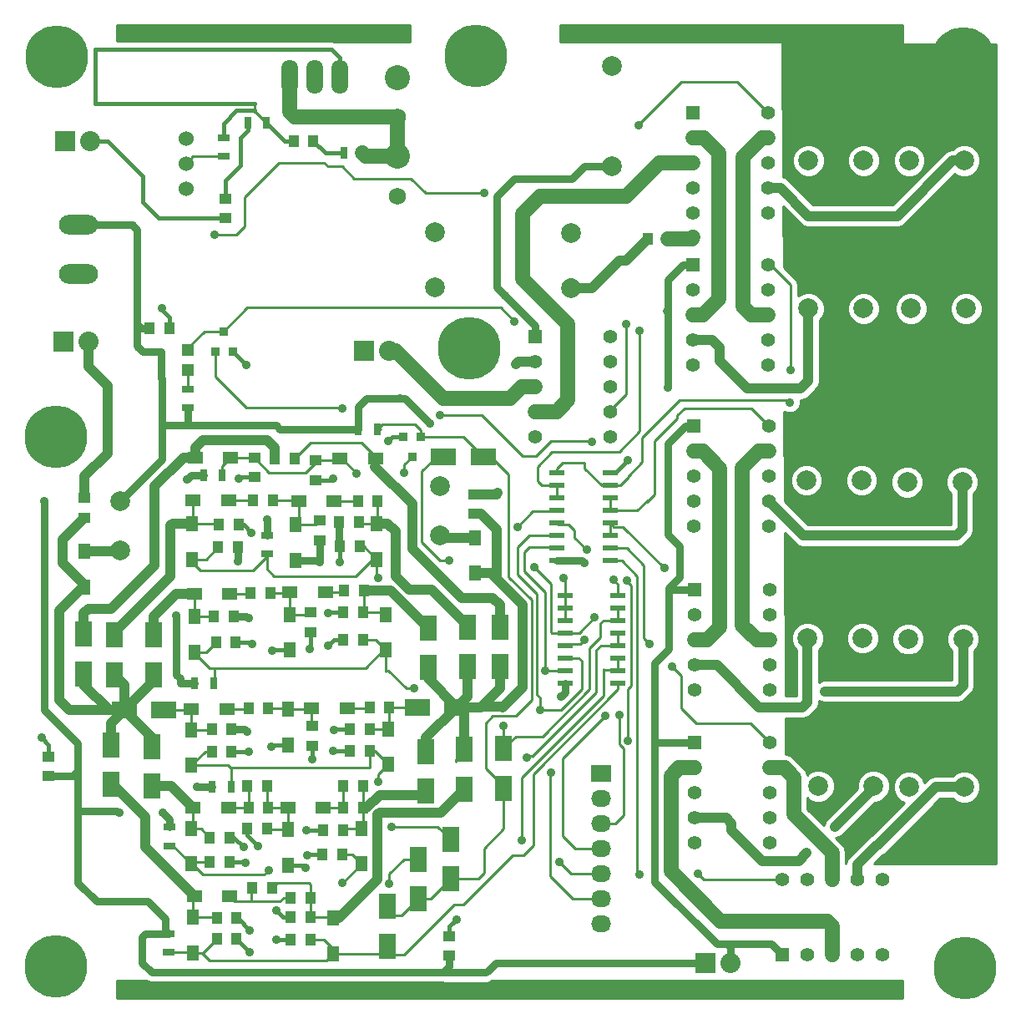
<source format=gtl>
%FSLAX46Y46*%
G04 Gerber Fmt 4.6, Leading zero omitted, Abs format (unit mm)*
G04 Created by KiCad (PCBNEW (2014-10-27 BZR 5228)-product) date 14/05/2015 10:32:42*
%MOMM*%
G01*
G04 APERTURE LIST*
%ADD10C,0.100000*%
%ADD11R,1.800860X2.499360*%
%ADD12R,2.499360X1.800860*%
%ADD13C,1.998980*%
%ADD14R,2.032000X2.032000*%
%ADD15O,2.032000X2.032000*%
%ADD16O,1.699260X3.500120*%
%ADD17C,1.524000*%
%ADD18C,2.540000*%
%ADD19C,1.727200*%
%ADD20R,1.397000X1.397000*%
%ADD21C,1.397000*%
%ADD22R,1.000000X1.250000*%
%ADD23R,1.250000X1.000000*%
%ADD24R,1.198880X1.600200*%
%ADD25R,1.600200X1.198880*%
%ADD26R,0.700000X1.300000*%
%ADD27R,1.300000X0.700000*%
%ADD28R,1.500000X0.600000*%
%ADD29O,3.962400X1.981200*%
%ADD30R,1.198880X1.198880*%
%ADD31C,6.350000*%
%ADD32R,2.032000X1.727200*%
%ADD33O,2.032000X1.727200*%
%ADD34R,0.914400X0.914400*%
%ADD35C,0.889000*%
%ADD36C,0.762000*%
%ADD37C,0.780000*%
%ADD38C,0.381000*%
%ADD39C,0.254000*%
%ADD40C,1.524000*%
%ADD41C,1.016000*%
G04 APERTURE END LIST*
D10*
D11*
X109900000Y-116498980D03*
X109900000Y-112501020D03*
X113900000Y-116498980D03*
X113900000Y-112501020D03*
D12*
X110901020Y-120100000D03*
X114898980Y-120100000D03*
D11*
X113700000Y-123801020D03*
X113700000Y-127798980D03*
X109600000Y-123601020D03*
X109600000Y-127598980D03*
X145400000Y-124101020D03*
X145400000Y-128098980D03*
X145700000Y-115698980D03*
X145700000Y-111701020D03*
X141700000Y-115798980D03*
X141700000Y-111801020D03*
D12*
X144598980Y-119800000D03*
X140601020Y-119800000D03*
D11*
X141500000Y-124301020D03*
X141500000Y-128298980D03*
D13*
X160375600Y-64919860D03*
X160375600Y-54759860D03*
X142392400Y-77228700D03*
X142392400Y-71640700D03*
X156197300Y-77292200D03*
X156197300Y-71704200D03*
X196092000Y-64396000D03*
X190504000Y-64396000D03*
X196292000Y-79396000D03*
X190704000Y-79396000D03*
X195892000Y-96996000D03*
X190304000Y-96996000D03*
X181308000Y-127804000D03*
X186896000Y-127804000D03*
X195992000Y-112896000D03*
X190404000Y-112896000D03*
X185892000Y-64396000D03*
X180304000Y-64396000D03*
X185892000Y-79396000D03*
X180304000Y-79396000D03*
X185692000Y-96796000D03*
X180104000Y-96796000D03*
X196092000Y-127896000D03*
X190504000Y-127896000D03*
X185792000Y-112796000D03*
X180204000Y-112796000D03*
D14*
X135230000Y-83700000D03*
D15*
X137770000Y-83700000D03*
D14*
X104930000Y-62400000D03*
D15*
X107470000Y-62400000D03*
D14*
X104730000Y-82700000D03*
D15*
X107270000Y-82700000D03*
D16*
X130200000Y-55900000D03*
X132740000Y-55900000D03*
X127660000Y-55900000D03*
D13*
X110500000Y-98900640D03*
X110500000Y-103901900D03*
X142900000Y-102399360D03*
X142900000Y-97398100D03*
D17*
X117170200Y-64668400D03*
X117170200Y-62128400D03*
X117170200Y-67208400D03*
D18*
X138582400Y-55976000D03*
D19*
X138582400Y-59976000D03*
D18*
X138582400Y-63976000D03*
D19*
X138582400Y-67976000D03*
D20*
X152603200Y-82207100D03*
D21*
X152603200Y-84747100D03*
X152603200Y-87287100D03*
X152603200Y-89827100D03*
X152603200Y-92367100D03*
X160223200Y-92367100D03*
X160223200Y-89827100D03*
X160223200Y-87287100D03*
X160223200Y-84747100D03*
X160223200Y-82207100D03*
D20*
X168590000Y-59520000D03*
D21*
X168590000Y-62060000D03*
X168590000Y-64600000D03*
X168590000Y-67140000D03*
X168590000Y-69680000D03*
X176210000Y-69680000D03*
X176210000Y-67140000D03*
X176210000Y-64600000D03*
X176210000Y-62060000D03*
X176210000Y-59520000D03*
D20*
X168590000Y-74920000D03*
D21*
X168590000Y-77460000D03*
X168590000Y-80000000D03*
X168590000Y-82540000D03*
X168590000Y-85080000D03*
X176210000Y-85080000D03*
X176210000Y-82540000D03*
X176210000Y-80000000D03*
X176210000Y-77460000D03*
X176210000Y-74920000D03*
D20*
X168690000Y-91320000D03*
D21*
X168690000Y-93860000D03*
X168690000Y-96400000D03*
X168690000Y-98940000D03*
X168690000Y-101480000D03*
X176310000Y-101480000D03*
X176310000Y-98940000D03*
X176310000Y-96400000D03*
X176310000Y-93860000D03*
X176310000Y-91320000D03*
D20*
X168790000Y-107920000D03*
D21*
X168790000Y-110460000D03*
X168790000Y-113000000D03*
X168790000Y-115540000D03*
X168790000Y-118080000D03*
X176410000Y-118080000D03*
X176410000Y-115540000D03*
X176410000Y-113000000D03*
X176410000Y-110460000D03*
X176410000Y-107920000D03*
D20*
X168790000Y-123420000D03*
D21*
X168790000Y-125960000D03*
X168790000Y-128500000D03*
X168790000Y-131040000D03*
X168790000Y-133580000D03*
X176410000Y-133580000D03*
X176410000Y-131040000D03*
X176410000Y-128500000D03*
X176410000Y-125960000D03*
X176410000Y-123420000D03*
D22*
X113500000Y-81400000D03*
X115500000Y-81400000D03*
D23*
X121196100Y-68227700D03*
X121196100Y-70227700D03*
D22*
X130100000Y-62400000D03*
X128100000Y-62400000D03*
D23*
X106900000Y-100600000D03*
X106900000Y-98600000D03*
D22*
X120400000Y-103600000D03*
X122400000Y-103600000D03*
X120200000Y-113200000D03*
X122200000Y-113200000D03*
X135800000Y-124200000D03*
X133800000Y-124200000D03*
X119600000Y-135500000D03*
X121600000Y-135500000D03*
X120300000Y-143300000D03*
X122300000Y-143300000D03*
X120500000Y-101300000D03*
X122500000Y-101300000D03*
X120000000Y-110600000D03*
X122000000Y-110600000D03*
X119800000Y-122000000D03*
X121800000Y-122000000D03*
X119600000Y-133000000D03*
X121600000Y-133000000D03*
X120300000Y-141200000D03*
X122300000Y-141200000D03*
X126000000Y-98800000D03*
X124000000Y-98800000D03*
X125700000Y-108200000D03*
X123700000Y-108200000D03*
X125500000Y-119900000D03*
X123500000Y-119900000D03*
X125500000Y-130000000D03*
X123500000Y-130000000D03*
X129800000Y-139100000D03*
X127800000Y-139100000D03*
X129800000Y-143400000D03*
X127800000Y-143400000D03*
D23*
X130700000Y-100900000D03*
X130700000Y-102900000D03*
X129800000Y-110200000D03*
X129800000Y-112200000D03*
X130000000Y-121700000D03*
X130000000Y-123700000D03*
D22*
X125400000Y-132100000D03*
X123400000Y-132100000D03*
X129800000Y-141100000D03*
X127800000Y-141100000D03*
X136600000Y-98900000D03*
X134600000Y-98900000D03*
X135200000Y-108000000D03*
X133200000Y-108000000D03*
X137800000Y-119800000D03*
X135800000Y-119800000D03*
X135100000Y-127800000D03*
X133100000Y-127800000D03*
X134800000Y-103500000D03*
X132800000Y-103500000D03*
X135100000Y-113000000D03*
X133100000Y-113000000D03*
X119800000Y-124300000D03*
X121800000Y-124300000D03*
X133000000Y-134700000D03*
X131000000Y-134700000D03*
X134700000Y-101000000D03*
X132700000Y-101000000D03*
X135100000Y-110200000D03*
X133100000Y-110200000D03*
X135800000Y-122000000D03*
X133800000Y-122000000D03*
X133100000Y-132300000D03*
X131100000Y-132300000D03*
D23*
X146400000Y-98200000D03*
X146400000Y-100200000D03*
D22*
X125400000Y-127800000D03*
X123400000Y-127800000D03*
X135100000Y-130000000D03*
X133100000Y-130000000D03*
D24*
X106900000Y-103999140D03*
X106900000Y-107600860D03*
X117800000Y-101199140D03*
X117800000Y-104800860D03*
X118000000Y-110599140D03*
X118000000Y-114200860D03*
X117700000Y-122099140D03*
X117700000Y-125700860D03*
X117700000Y-132099140D03*
X117700000Y-135700860D03*
X117900000Y-141099140D03*
X117900000Y-144700860D03*
D25*
X117899140Y-98800000D03*
X121500860Y-98800000D03*
X117999140Y-108300000D03*
X121600860Y-108300000D03*
X117699140Y-120000000D03*
X121300860Y-120000000D03*
X117899140Y-130000000D03*
X121500860Y-130000000D03*
X117999140Y-139000000D03*
X121600860Y-139000000D03*
D24*
X128300000Y-101299140D03*
X128300000Y-104900860D03*
X127700000Y-110399140D03*
X127700000Y-114000860D03*
X127500000Y-119999140D03*
X127500000Y-123600860D03*
X127500000Y-132199140D03*
X127500000Y-135800860D03*
X132100000Y-141199140D03*
X132100000Y-144800860D03*
D25*
X128599140Y-98900000D03*
X132200860Y-98900000D03*
X127699140Y-108100000D03*
X131300860Y-108100000D03*
X129899140Y-119900000D03*
X133500860Y-119900000D03*
X127499140Y-130000000D03*
X131100860Y-130000000D03*
D24*
X136500000Y-101199140D03*
X136500000Y-104800860D03*
X137400000Y-110399140D03*
X137400000Y-114000860D03*
X137700000Y-121999140D03*
X137700000Y-125600860D03*
X135000000Y-132099140D03*
X135000000Y-135700860D03*
X146500000Y-102599140D03*
X146500000Y-106200860D03*
D26*
X125350000Y-60600000D03*
X123450000Y-60600000D03*
D27*
X120967500Y-62067400D03*
X120967500Y-63967400D03*
D26*
X135050000Y-63600000D03*
X133150000Y-63600000D03*
D27*
X115400000Y-144650000D03*
X115400000Y-142750000D03*
X115500000Y-133850000D03*
X115500000Y-131950000D03*
D26*
X121750000Y-127900000D03*
X119850000Y-127900000D03*
X119950000Y-117400000D03*
X118050000Y-117400000D03*
D27*
X125400000Y-104250000D03*
X125400000Y-102350000D03*
D22*
X166000000Y-72300000D03*
X164000000Y-72300000D03*
D20*
X177620000Y-144910000D03*
D21*
X180160000Y-144910000D03*
X182700000Y-144910000D03*
X185240000Y-144910000D03*
X187780000Y-144910000D03*
X187780000Y-137290000D03*
X185240000Y-137290000D03*
X182700000Y-137290000D03*
X180160000Y-137290000D03*
X177620000Y-137290000D03*
D22*
X128200000Y-94600000D03*
X126200000Y-94600000D03*
D23*
X124100000Y-94500000D03*
X124100000Y-96500000D03*
X130300000Y-94800000D03*
X130300000Y-96800000D03*
D11*
X137600000Y-140001020D03*
X137600000Y-143998980D03*
X140700000Y-139198980D03*
X140700000Y-135201020D03*
X144000000Y-137198980D03*
X144000000Y-133201020D03*
X149400000Y-127998980D03*
X149400000Y-124001020D03*
D12*
X147298980Y-94400000D03*
X143301020Y-94400000D03*
D11*
X106800000Y-116398980D03*
X106800000Y-112401020D03*
X149000000Y-115698980D03*
X149000000Y-111701020D03*
D25*
X118099140Y-94500000D03*
X121700860Y-94500000D03*
X136400860Y-94600000D03*
X132799140Y-94600000D03*
D26*
X136550000Y-91600000D03*
X134650000Y-91600000D03*
X120850000Y-96300000D03*
X118950000Y-96300000D03*
D28*
X160200000Y-104945000D03*
X160200000Y-103675000D03*
X160200000Y-102405000D03*
X160200000Y-101135000D03*
X160200000Y-99865000D03*
X160200000Y-98595000D03*
X160200000Y-97325000D03*
X160200000Y-96055000D03*
X154800000Y-96055000D03*
X154800000Y-97325000D03*
X154800000Y-98595000D03*
X154800000Y-99865000D03*
X154800000Y-101135000D03*
X154800000Y-102405000D03*
X154800000Y-103675000D03*
X154800000Y-104945000D03*
X161000000Y-117345000D03*
X161000000Y-116075000D03*
X161000000Y-114805000D03*
X161000000Y-113535000D03*
X161000000Y-112265000D03*
X161000000Y-110995000D03*
X161000000Y-109725000D03*
X161000000Y-108455000D03*
X155600000Y-108455000D03*
X155600000Y-109725000D03*
X155600000Y-110995000D03*
X155600000Y-112265000D03*
X155600000Y-113535000D03*
X155600000Y-114805000D03*
X155600000Y-116075000D03*
X155600000Y-117345000D03*
D22*
X125900000Y-138100000D03*
X123900000Y-138100000D03*
D23*
X103200000Y-126800000D03*
X103200000Y-124800000D03*
X143900000Y-145000000D03*
X143900000Y-143000000D03*
D29*
X106300000Y-75900000D03*
X106300000Y-70900000D03*
D14*
X169830000Y-145700000D03*
D15*
X172370000Y-145700000D03*
D30*
X117400000Y-85649020D03*
X117400000Y-83550980D03*
D27*
X117400000Y-89450000D03*
X117400000Y-87550000D03*
D31*
X104100000Y-53900000D03*
X146600000Y-53800000D03*
X104000000Y-92400000D03*
X145850000Y-83400000D03*
X196000000Y-54000000D03*
X196200000Y-146250000D03*
X103950000Y-146050000D03*
D32*
X159300000Y-126500000D03*
D33*
X159300000Y-129040000D03*
X159300000Y-131580000D03*
X159300000Y-134120000D03*
X159300000Y-136660000D03*
X159300000Y-139200000D03*
X159300000Y-141740000D03*
D34*
X121889000Y-83716000D03*
X120111000Y-83716000D03*
X121000000Y-81684000D03*
X139211000Y-92384000D03*
X140989000Y-92384000D03*
X140100000Y-94416000D03*
D35*
X138900000Y-88500000D03*
X117300000Y-96700000D03*
X102800000Y-98900000D03*
X116200000Y-110500000D03*
X125400000Y-100800000D03*
X110400000Y-130500000D03*
X114800000Y-130500000D03*
X118300000Y-127900000D03*
X149550000Y-78050000D03*
X141900000Y-91000000D03*
X162000000Y-94800000D03*
X185000000Y-148500000D03*
X180000000Y-148500000D03*
X175000000Y-148500000D03*
X170000000Y-148500000D03*
X165000000Y-148500000D03*
X160000000Y-148500000D03*
X155000000Y-148500000D03*
X150000000Y-148500000D03*
X145000000Y-148500000D03*
X140000000Y-148500000D03*
X135000000Y-148500000D03*
X130000000Y-148500000D03*
X123600000Y-144600000D03*
X115000000Y-148500000D03*
X120000000Y-148500000D03*
X125000000Y-148500000D03*
X137700000Y-92800000D03*
X132100000Y-96600000D03*
X122500000Y-96600000D03*
X160000000Y-51500000D03*
X165000000Y-51500000D03*
X170000000Y-51500000D03*
X175000000Y-51500000D03*
X180000000Y-51500000D03*
X185000000Y-51600000D03*
X135000000Y-51500000D03*
X126300000Y-143400000D03*
X126300000Y-140400000D03*
X123600000Y-142400000D03*
X122400000Y-105000000D03*
X130700000Y-105100000D03*
X123400000Y-122300000D03*
X123500000Y-110800000D03*
X123800000Y-102100000D03*
X132800000Y-105100000D03*
X123900000Y-113400000D03*
X125900000Y-114100000D03*
X129700000Y-113900000D03*
X131600000Y-110300000D03*
X131600000Y-113600000D03*
X123500000Y-124300000D03*
X125800000Y-123800000D03*
X130000000Y-125100000D03*
X132100000Y-124200000D03*
X132200000Y-122100000D03*
X129400000Y-132300000D03*
X129500000Y-134800000D03*
X129300000Y-136100000D03*
X124500000Y-133900000D03*
X123000000Y-134000000D03*
X123200000Y-135600000D03*
X123300000Y-85100000D03*
X144600000Y-141300000D03*
X102500000Y-122900000D03*
X130000000Y-51500000D03*
X120000000Y-51500000D03*
X125000000Y-51500000D03*
X115000000Y-51500000D03*
X114757200Y-79362300D03*
X160500000Y-106850000D03*
X182000000Y-118200000D03*
X180100000Y-134600000D03*
X183000000Y-131900000D03*
X148800000Y-98100000D03*
X150600000Y-85000000D03*
X143900000Y-104900000D03*
X155500000Y-106700000D03*
X136700000Y-106700000D03*
X140300000Y-117900000D03*
X149400000Y-121700000D03*
X151700000Y-124900000D03*
X136700000Y-127400000D03*
X138000000Y-131900000D03*
X151200000Y-133300000D03*
X133000000Y-137600000D03*
X137800000Y-137700000D03*
X125600000Y-136300000D03*
X120100000Y-71900000D03*
X147400000Y-67700000D03*
X161800000Y-81000000D03*
X163100000Y-60800000D03*
X163200000Y-81600000D03*
X178400000Y-88900000D03*
X178500000Y-85600000D03*
X165700000Y-105700000D03*
X166500000Y-115700000D03*
X164200000Y-113400000D03*
X168600000Y-72200000D03*
X157800000Y-103800000D03*
X159700000Y-120650000D03*
X157600000Y-112950000D03*
X155000000Y-135450000D03*
X153100000Y-120100000D03*
X154150000Y-126400000D03*
X153600000Y-116100000D03*
X157600000Y-105200000D03*
X155200000Y-118700000D03*
X169100000Y-136700000D03*
X163200000Y-136800000D03*
X139300000Y-96000000D03*
X134500000Y-96100000D03*
X150800000Y-101500000D03*
X152500000Y-105600000D03*
X158600000Y-110700000D03*
X161100000Y-120550000D03*
X166000000Y-87400000D03*
X150500000Y-80700000D03*
X162000000Y-123250000D03*
X161900000Y-106950000D03*
X133050000Y-89500000D03*
X142950000Y-90200000D03*
X158350000Y-92900000D03*
D36*
X135500000Y-88500000D02*
X138900000Y-88500000D01*
X134650000Y-89350000D02*
X135500000Y-88500000D01*
X134650000Y-89400000D02*
X134650000Y-89350000D01*
X139400000Y-88500000D02*
X138900000Y-88500000D01*
X117400000Y-89450000D02*
X117400000Y-91200000D01*
X117500000Y-91100000D02*
X117500000Y-91200000D01*
X117400000Y-91200000D02*
X117500000Y-91100000D01*
X135300000Y-146700000D02*
X143300000Y-146700000D01*
X135300000Y-146700000D02*
X135500000Y-146700000D01*
X115400000Y-142750000D02*
X113050000Y-142750000D01*
X113700000Y-146700000D02*
X135300000Y-146700000D01*
X112700000Y-145700000D02*
X113700000Y-146700000D01*
X112700000Y-143100000D02*
X112700000Y-145700000D01*
X113050000Y-142750000D02*
X112700000Y-143100000D01*
X117500000Y-91200000D02*
X114700000Y-91200000D01*
D37*
X134650000Y-91600000D02*
X126700000Y-91600000D01*
X126300000Y-91200000D02*
X117500000Y-91200000D01*
X126700000Y-91600000D02*
X126300000Y-91200000D01*
D36*
X118950000Y-96300000D02*
X117700000Y-96300000D01*
X117700000Y-96300000D02*
X117300000Y-96700000D01*
X106200000Y-123900000D02*
X106200000Y-123500000D01*
X102800000Y-120100000D02*
X102800000Y-98900000D01*
X106200000Y-123500000D02*
X102800000Y-120100000D01*
X116600000Y-116900000D02*
X116200000Y-116500000D01*
X116200000Y-116500000D02*
X116200000Y-110500000D01*
X118050000Y-117400000D02*
X116600000Y-117400000D01*
X116600000Y-117400000D02*
X116600000Y-116900000D01*
X125400000Y-102350000D02*
X125400000Y-100800000D01*
X114700000Y-91200000D02*
X114700000Y-92300000D01*
X114700000Y-92300000D02*
X114700000Y-94700640D01*
X114700000Y-94700640D02*
X110500000Y-98900640D01*
X112366100Y-83333900D02*
X112266100Y-83333900D01*
X112179100Y-76500000D02*
X112179100Y-80949800D01*
X112179100Y-76301600D02*
X112179100Y-76500000D01*
D37*
X112179100Y-80949800D02*
X112179100Y-83146900D01*
X112179100Y-83146900D02*
X112366100Y-83333900D01*
X112366100Y-83333900D02*
X112801400Y-83769200D01*
X114671600Y-86471600D02*
X114700000Y-86500000D01*
X114671600Y-83769200D02*
X114671600Y-86471600D01*
X114700000Y-86500000D02*
X114700000Y-91200000D01*
X112801400Y-83769200D02*
X114671600Y-83769200D01*
D36*
X106200000Y-126300000D02*
X106200000Y-130300000D01*
X106200000Y-123900000D02*
X106200000Y-126300000D01*
X110400000Y-130500000D02*
X110200000Y-130300000D01*
X110200000Y-130300000D02*
X106200000Y-130300000D01*
X115500000Y-131200000D02*
X114800000Y-130500000D01*
X115500000Y-131950000D02*
X115500000Y-131200000D01*
X115050000Y-142400000D02*
X115400000Y-142750000D01*
X113300000Y-139500000D02*
X115050000Y-141250000D01*
X108100000Y-139500000D02*
X113300000Y-139500000D01*
X106200000Y-137600000D02*
X108100000Y-139500000D01*
X106200000Y-137600000D02*
X106200000Y-130300000D01*
X115050000Y-142400000D02*
X115050000Y-141250000D01*
X119850000Y-127900000D02*
X118300000Y-127900000D01*
X134650000Y-91600000D02*
X134650000Y-89400000D01*
X143900000Y-146100000D02*
X143300000Y-146700000D01*
X143900000Y-145000000D02*
X143900000Y-146100000D01*
X105700000Y-126800000D02*
X106200000Y-126300000D01*
X103200000Y-126800000D02*
X105700000Y-126800000D01*
X149550000Y-78050000D02*
X152603200Y-81103200D01*
X152603200Y-81103200D02*
X152603200Y-82207100D01*
X148700000Y-77200000D02*
X149550000Y-78050000D01*
X148700000Y-68000000D02*
X148700000Y-77200000D01*
X150500000Y-66200000D02*
X148700000Y-68000000D01*
X156300000Y-66200000D02*
X150500000Y-66200000D01*
X157580140Y-64919860D02*
X156300000Y-66200000D01*
X160375600Y-64919860D02*
X157580140Y-64919860D01*
D37*
X147600000Y-146700000D02*
X147800000Y-146500000D01*
X147600000Y-146700000D02*
X143300000Y-146700000D01*
X148600000Y-145700000D02*
X147800000Y-146500000D01*
X169830000Y-145700000D02*
X148600000Y-145700000D01*
D36*
X141900000Y-91000000D02*
X139400000Y-88500000D01*
D37*
X111800000Y-70900000D02*
X111800000Y-70982200D01*
X111717800Y-70900000D02*
X111800000Y-70900000D01*
X112179100Y-76500000D02*
X112179100Y-72700000D01*
X112179100Y-72700000D02*
X112179100Y-71361300D01*
X112179100Y-71361300D02*
X111800000Y-70982200D01*
X106300000Y-70900000D02*
X111717800Y-70900000D01*
X112629300Y-81400000D02*
X112179100Y-80949800D01*
D36*
X113500000Y-81400000D02*
X112629300Y-81400000D01*
D38*
X160200000Y-96055000D02*
X160745000Y-96055000D01*
X160745000Y-96055000D02*
X162000000Y-94800000D01*
X180000000Y-148500000D02*
X185000000Y-148500000D01*
X170000000Y-148500000D02*
X175000000Y-148500000D01*
X160000000Y-148500000D02*
X165000000Y-148500000D01*
X150000000Y-148500000D02*
X155000000Y-148500000D01*
X140000000Y-148500000D02*
X145000000Y-148500000D01*
X130000000Y-148500000D02*
X135000000Y-148500000D01*
X122300000Y-143300000D02*
X123600000Y-144600000D01*
X125000000Y-148500000D02*
X120000000Y-148500000D01*
X139211000Y-92384000D02*
X138116000Y-92384000D01*
X138116000Y-92384000D02*
X137700000Y-92800000D01*
X130300000Y-96800000D02*
X131900000Y-96800000D01*
X131900000Y-96800000D02*
X132100000Y-96600000D01*
X124100000Y-96500000D02*
X122600000Y-96500000D01*
X122600000Y-96500000D02*
X122500000Y-96600000D01*
X165000000Y-51500000D02*
X160000000Y-51500000D01*
X175000000Y-51500000D02*
X170000000Y-51500000D01*
X184900000Y-51500000D02*
X180000000Y-51500000D01*
X185000000Y-51600000D02*
X184900000Y-51500000D01*
X127800000Y-143400000D02*
X126300000Y-143400000D01*
X127800000Y-141100000D02*
X127000000Y-141100000D01*
X127000000Y-141100000D02*
X126300000Y-140400000D01*
X122300000Y-141200000D02*
X122400000Y-141200000D01*
X122400000Y-141200000D02*
X123600000Y-142400000D01*
D39*
X114635300Y-79255600D02*
X114452400Y-79438500D01*
D36*
X122500000Y-103500000D02*
X122400000Y-103600000D01*
X122400000Y-103600000D02*
X122400000Y-105000000D01*
X132700000Y-103400000D02*
X132800000Y-103500000D01*
X132700000Y-102400000D02*
X132700000Y-103400000D01*
X132700000Y-101000000D02*
X132700000Y-102400000D01*
X130700000Y-105100000D02*
X130500860Y-104900860D01*
X130500860Y-104900860D02*
X128300000Y-104900860D01*
X130700000Y-102900000D02*
X130700000Y-105100000D01*
X131100000Y-134600000D02*
X131000000Y-134700000D01*
X127599140Y-123700000D02*
X127500000Y-123600860D01*
X123100000Y-122000000D02*
X123400000Y-122300000D01*
X121800000Y-122000000D02*
X123100000Y-122000000D01*
X122000000Y-113000000D02*
X122200000Y-113200000D01*
X123300000Y-110600000D02*
X123500000Y-110800000D01*
X122000000Y-110600000D02*
X123300000Y-110600000D01*
D38*
X123000000Y-101300000D02*
X123800000Y-102100000D01*
X122500000Y-101300000D02*
X123000000Y-101300000D01*
X132800000Y-103500000D02*
X132800000Y-105100000D01*
X123700000Y-113200000D02*
X123900000Y-113400000D01*
X122200000Y-113200000D02*
X123700000Y-113200000D01*
X125999140Y-114000860D02*
X125900000Y-114100000D01*
X127700000Y-114000860D02*
X125999140Y-114000860D01*
X129800000Y-113800000D02*
X129700000Y-113900000D01*
X129800000Y-112200000D02*
X129800000Y-113800000D01*
X131700000Y-110200000D02*
X131600000Y-110300000D01*
X133100000Y-110200000D02*
X131700000Y-110200000D01*
X132200000Y-113000000D02*
X131600000Y-113600000D01*
X133100000Y-113000000D02*
X132200000Y-113000000D01*
X121800000Y-124300000D02*
X123500000Y-124300000D01*
X125999140Y-123600860D02*
X125800000Y-123800000D01*
X127500000Y-123600860D02*
X125999140Y-123600860D01*
X130000000Y-123700000D02*
X130000000Y-125100000D01*
X133800000Y-124200000D02*
X132100000Y-124200000D01*
X132300000Y-122000000D02*
X132200000Y-122100000D01*
X133800000Y-122000000D02*
X132300000Y-122000000D01*
X131100000Y-132300000D02*
X129400000Y-132300000D01*
X129600000Y-134700000D02*
X129500000Y-134800000D01*
X131000000Y-134700000D02*
X129600000Y-134700000D01*
X129000860Y-135800860D02*
X129300000Y-136100000D01*
X127500000Y-135800860D02*
X129000860Y-135800860D01*
X123400000Y-132800000D02*
X124500000Y-133900000D01*
X123400000Y-132100000D02*
X123400000Y-132800000D01*
X121600000Y-133000000D02*
X122000000Y-133000000D01*
X122000000Y-133000000D02*
X123000000Y-134000000D01*
X123100000Y-135500000D02*
X123200000Y-135600000D01*
X121600000Y-135500000D02*
X123100000Y-135500000D01*
X121916000Y-83716000D02*
X123300000Y-85100000D01*
X121889000Y-83716000D02*
X121916000Y-83716000D01*
X143900000Y-142000000D02*
X144600000Y-141300000D01*
X143900000Y-143000000D02*
X143900000Y-142000000D01*
X103200000Y-123600000D02*
X102500000Y-122900000D01*
X103200000Y-124800000D02*
X103200000Y-123600000D01*
X115500000Y-80300000D02*
X114757200Y-79557200D01*
X114757200Y-79557200D02*
X114757200Y-79362300D01*
X115500000Y-81400000D02*
X115500000Y-80300000D01*
D39*
X161000000Y-107350000D02*
X160500000Y-106850000D01*
X161000000Y-108455000D02*
X161000000Y-107350000D01*
D38*
X121196100Y-68227700D02*
X121196100Y-66403900D01*
X123450000Y-61350000D02*
X123450000Y-60600000D01*
X122700000Y-62100000D02*
X123450000Y-61350000D01*
X122700000Y-64900000D02*
X122700000Y-62100000D01*
X121196100Y-66403900D02*
X122700000Y-64900000D01*
X114427700Y-70227700D02*
X121196100Y-70227700D01*
X112800000Y-66400000D02*
X112800000Y-68600000D01*
X112800000Y-68600000D02*
X114427700Y-70227700D01*
X112800000Y-66000000D02*
X109200000Y-62400000D01*
X109200000Y-62400000D02*
X107470000Y-62400000D01*
X112800000Y-66400000D02*
X112800000Y-66000000D01*
D39*
X117871200Y-63967400D02*
X117170200Y-64668400D01*
X120967500Y-63967400D02*
X117871200Y-63967400D01*
D38*
X131300000Y-63600000D02*
X130100000Y-62400000D01*
X133150000Y-63600000D02*
X131300000Y-63600000D01*
X120967500Y-62067400D02*
X120967500Y-60632500D01*
X124100000Y-59300000D02*
X124100000Y-59350000D01*
X122300000Y-59300000D02*
X124100000Y-59300000D01*
X120967500Y-60632500D02*
X122300000Y-59300000D01*
D39*
X124100000Y-58600000D02*
X124100000Y-59350000D01*
X124100000Y-59350000D02*
X125350000Y-60600000D01*
D38*
X132740000Y-55900000D02*
X132740000Y-53940000D01*
X132740000Y-53940000D02*
X131900000Y-53100000D01*
X131900000Y-53100000D02*
X125500000Y-53100000D01*
X125500000Y-53100000D02*
X108000000Y-53100000D01*
D39*
X124100000Y-58600000D02*
X124100000Y-58500000D01*
X124100000Y-58600000D02*
X124100000Y-58600000D01*
D38*
X108000000Y-53100000D02*
X108000000Y-58600000D01*
X108000000Y-58600000D02*
X124100000Y-58600000D01*
X127150000Y-62400000D02*
X125350000Y-60600000D01*
X128100000Y-62400000D02*
X127150000Y-62400000D01*
D40*
X156197300Y-77292200D02*
X156197300Y-77102700D01*
D41*
X161800000Y-74500000D02*
X164000000Y-72300000D01*
X156197300Y-77292200D02*
X158307800Y-77292200D01*
X158307800Y-77292200D02*
X161100000Y-74500000D01*
X161100000Y-74500000D02*
X161800000Y-74500000D01*
X194904000Y-64396000D02*
X189300000Y-70000000D01*
X189300000Y-70000000D02*
X180300000Y-70000000D01*
X180300000Y-70000000D02*
X177440000Y-67140000D01*
X177440000Y-67140000D02*
X176210000Y-67140000D01*
X196092000Y-64396000D02*
X194904000Y-64396000D01*
D39*
X196138000Y-79465300D02*
X196138000Y-79947300D01*
D41*
X195892000Y-101808000D02*
X195300000Y-102400000D01*
X195300000Y-102400000D02*
X179770000Y-102400000D01*
X179770000Y-102400000D02*
X176310000Y-98940000D01*
X195892000Y-96996000D02*
X195892000Y-101808000D01*
X195992000Y-117608000D02*
X195400000Y-118200000D01*
X195400000Y-118200000D02*
X182000000Y-118200000D01*
X195992000Y-112896000D02*
X195992000Y-117608000D01*
X186896000Y-127804000D02*
X186896000Y-128004000D01*
X186896000Y-128004000D02*
X183000000Y-131900000D01*
X171940000Y-131040000D02*
X168790000Y-131040000D01*
X172500000Y-131600000D02*
X171940000Y-131040000D01*
X172500000Y-132300000D02*
X172500000Y-131600000D01*
X175600000Y-135400000D02*
X172500000Y-132300000D01*
X179300000Y-135400000D02*
X175600000Y-135400000D01*
X180100000Y-134600000D02*
X179300000Y-135400000D01*
X193204000Y-127896000D02*
X187300000Y-133800000D01*
X187300000Y-133800000D02*
X187200000Y-133800000D01*
X187200000Y-133800000D02*
X185240000Y-135760000D01*
X185240000Y-135760000D02*
X185240000Y-137290000D01*
X196092000Y-127896000D02*
X193204000Y-127896000D01*
X180304000Y-86696000D02*
X179500000Y-87500000D01*
X179500000Y-87500000D02*
X174100000Y-87500000D01*
X174100000Y-87500000D02*
X171300000Y-84700000D01*
X171300000Y-84700000D02*
X171300000Y-83300000D01*
X171300000Y-83300000D02*
X170540000Y-82540000D01*
X170540000Y-82540000D02*
X168590000Y-82540000D01*
X180304000Y-79396000D02*
X180304000Y-86696000D01*
X180204000Y-119296000D02*
X179700000Y-119800000D01*
X179700000Y-119800000D02*
X175300000Y-119800000D01*
X175300000Y-119800000D02*
X171040000Y-115540000D01*
X171040000Y-115540000D02*
X168790000Y-115540000D01*
X180204000Y-112796000D02*
X180204000Y-119296000D01*
X106900000Y-107600860D02*
X106900000Y-107400000D01*
X106900000Y-107400000D02*
X104700000Y-105200000D01*
X104700000Y-102800000D02*
X106900000Y-100600000D01*
X104700000Y-105200000D02*
X104700000Y-102800000D01*
X106900000Y-107600860D02*
X106699140Y-107600860D01*
X106699140Y-107600860D02*
X104300000Y-110000000D01*
X104300000Y-110000000D02*
X104300000Y-119100000D01*
X104300000Y-119100000D02*
X105300000Y-120100000D01*
X105300000Y-120100000D02*
X110901020Y-120100000D01*
X106800000Y-116398980D02*
X106800000Y-117500000D01*
X106800000Y-117500000D02*
X109400000Y-120100000D01*
X109400000Y-120100000D02*
X110901020Y-120100000D01*
X113900000Y-117101020D02*
X110901020Y-120100000D01*
D39*
X113900000Y-116498980D02*
X113900000Y-117101020D01*
D41*
X113700000Y-122898980D02*
X110901020Y-120100000D01*
D39*
X113700000Y-123801020D02*
X113700000Y-122898980D01*
D41*
X109600000Y-121401020D02*
X110901020Y-120100000D01*
X109600000Y-123601020D02*
X109600000Y-121401020D01*
X110901020Y-117500000D02*
X109900000Y-116498980D01*
X110901020Y-120100000D02*
X110901020Y-117500000D01*
X152603200Y-84747100D02*
X150852900Y-84747100D01*
X148700000Y-98200000D02*
X146400000Y-98200000D01*
X148800000Y-98100000D02*
X148700000Y-98200000D01*
X150852900Y-84747100D02*
X150600000Y-85000000D01*
D39*
X143301020Y-94400000D02*
X142600000Y-94400000D01*
X142600000Y-94400000D02*
X141100000Y-95900000D01*
X141100000Y-95900000D02*
X141100000Y-103100000D01*
X141100000Y-103100000D02*
X142900000Y-104900000D01*
X142900000Y-104900000D02*
X143900000Y-104900000D01*
X136500000Y-104800860D02*
X136500000Y-106500000D01*
X155600000Y-106800000D02*
X155600000Y-108455000D01*
X155500000Y-106700000D02*
X155600000Y-106800000D01*
X136500000Y-106500000D02*
X136700000Y-106700000D01*
X155600000Y-109725000D02*
X155600000Y-110995000D01*
X155600000Y-108455000D02*
X155600000Y-109725000D01*
X119199140Y-104800860D02*
X120400000Y-103600000D01*
X117800000Y-104800860D02*
X119199140Y-104800860D01*
X117800000Y-105100000D02*
X117800000Y-104800860D01*
X118600000Y-105900000D02*
X117800000Y-105100000D01*
X124000000Y-105900000D02*
X118600000Y-105900000D01*
X125400000Y-104500000D02*
X124000000Y-105900000D01*
X125400000Y-104250000D02*
X125400000Y-104500000D01*
X135199140Y-103500000D02*
X136500000Y-104800860D01*
X134800000Y-103500000D02*
X135199140Y-103500000D01*
X134400000Y-106500000D02*
X126100000Y-106500000D01*
X126100000Y-106500000D02*
X125400000Y-105800000D01*
X125400000Y-105800000D02*
X125400000Y-104250000D01*
X136099140Y-104800860D02*
X134400000Y-106500000D01*
X136500000Y-104800860D02*
X136099140Y-104800860D01*
X158100000Y-117100000D02*
X158100000Y-118000000D01*
X152400000Y-122800000D02*
X152300000Y-122800000D01*
X153300000Y-122800000D02*
X152400000Y-122800000D01*
X158100000Y-118000000D02*
X153300000Y-122800000D01*
X137400000Y-116100000D02*
X137700000Y-116100000D01*
X139500000Y-117900000D02*
X140300000Y-117900000D01*
X137700000Y-116100000D02*
X139500000Y-117900000D01*
X149400000Y-121700000D02*
X149400000Y-124001020D01*
X152500000Y-122800000D02*
X152300000Y-122800000D01*
X152300000Y-122800000D02*
X150601020Y-122800000D01*
X150601020Y-122800000D02*
X149400000Y-124001020D01*
X158100000Y-117200000D02*
X158100000Y-117100000D01*
X158100000Y-117100000D02*
X158100000Y-113800000D01*
X159505000Y-110995000D02*
X161000000Y-110995000D01*
X159200000Y-111300000D02*
X159505000Y-110995000D01*
X159200000Y-112700000D02*
X159200000Y-111300000D01*
X158100000Y-113800000D02*
X159200000Y-112700000D01*
X136399140Y-113000000D02*
X137400000Y-114000860D01*
X135100000Y-113000000D02*
X136399140Y-113000000D01*
X119199140Y-114200860D02*
X120200000Y-113200000D01*
X118000000Y-114200860D02*
X119199140Y-114200860D01*
X137400000Y-114500000D02*
X137400000Y-114000860D01*
X118000000Y-114200860D02*
X118300860Y-114200860D01*
X137199140Y-114000860D02*
X137400000Y-114000860D01*
X135350000Y-115850000D02*
X137199140Y-114000860D01*
X125000000Y-115850000D02*
X135350000Y-115850000D01*
X118000000Y-114300000D02*
X118000000Y-114200860D01*
X119550000Y-115850000D02*
X118000000Y-114300000D01*
X120100000Y-115850000D02*
X119550000Y-115850000D01*
X125000000Y-115850000D02*
X120100000Y-115850000D01*
X120100000Y-117250000D02*
X119950000Y-117400000D01*
X120100000Y-115850000D02*
X120100000Y-117250000D01*
X137400000Y-116100000D02*
X137400000Y-116200000D01*
X137400000Y-114000860D02*
X137400000Y-116100000D01*
X161000000Y-109725000D02*
X161000000Y-110995000D01*
X152350000Y-124750000D02*
X151850000Y-124750000D01*
X151850000Y-124750000D02*
X151700000Y-124900000D01*
X161000000Y-113535000D02*
X159265000Y-113535000D01*
X159265000Y-113535000D02*
X158800000Y-114000000D01*
X158800000Y-114000000D02*
X158800000Y-118300000D01*
X158800000Y-118300000D02*
X152350000Y-124750000D01*
X152350000Y-124750000D02*
X152300000Y-124800000D01*
X161000000Y-113535000D02*
X161000000Y-112265000D01*
X138000000Y-131900000D02*
X142698980Y-131900000D01*
X142698980Y-131900000D02*
X144000000Y-133201020D01*
X136700000Y-127400000D02*
X136700000Y-126600860D01*
X136700000Y-126600860D02*
X137700000Y-125600860D01*
X138175360Y-132075360D02*
X138000000Y-131900000D01*
X117700000Y-125700860D02*
X121400860Y-125700860D01*
X137650860Y-125650000D02*
X137700000Y-125600860D01*
X136299140Y-124200000D02*
X137700000Y-125600860D01*
X135800000Y-124200000D02*
X136299140Y-124200000D01*
X119100860Y-124300000D02*
X117700000Y-125700860D01*
X119800000Y-124300000D02*
X119100860Y-124300000D01*
X121650000Y-125950000D02*
X121400860Y-125700860D01*
X121750000Y-126050000D02*
X121650000Y-125950000D01*
X121750000Y-127900000D02*
X121750000Y-126050000D01*
X135850000Y-125950000D02*
X135800000Y-125900000D01*
X135800000Y-125900000D02*
X135800000Y-124200000D01*
X121650000Y-125950000D02*
X135850000Y-125950000D01*
X159500000Y-116000000D02*
X160925000Y-116000000D01*
X160925000Y-116000000D02*
X161000000Y-116075000D01*
X159500000Y-115900000D02*
X159500000Y-116000000D01*
X151200000Y-126900000D02*
X151200000Y-133300000D01*
X159500000Y-118600000D02*
X151200000Y-126900000D01*
X159500000Y-116000000D02*
X159500000Y-118600000D01*
X161000000Y-114805000D02*
X161000000Y-116075000D01*
X140700000Y-135201020D02*
X140298980Y-135201020D01*
X133000000Y-137600000D02*
X133000000Y-137550000D01*
X137900000Y-137600000D02*
X137800000Y-137700000D01*
X117900860Y-135500000D02*
X117700000Y-135700860D01*
X119600000Y-135500000D02*
X117900860Y-135500000D01*
X117700000Y-135700860D02*
X117700000Y-136100000D01*
X133999140Y-134700000D02*
X135000000Y-135700860D01*
X133000000Y-134700000D02*
X133999140Y-134700000D01*
X135000000Y-135700860D02*
X135000000Y-136000000D01*
X117800860Y-135700860D02*
X117700000Y-135700860D01*
X115849140Y-133850000D02*
X117700000Y-135700860D01*
X115500000Y-133850000D02*
X115849140Y-133850000D01*
X125100000Y-136800000D02*
X118900000Y-136800000D01*
X125600000Y-136300000D02*
X125100000Y-136800000D01*
X118900000Y-136800000D02*
X117800860Y-135700860D01*
X133100860Y-137600000D02*
X135000000Y-135700860D01*
X133000000Y-137600000D02*
X133100860Y-137600000D01*
X137800000Y-136700000D02*
X137800000Y-137700000D01*
X139298980Y-135201020D02*
X137800000Y-136700000D01*
X140700000Y-135201020D02*
X139298980Y-135201020D01*
X152400000Y-127400000D02*
X152400000Y-126600000D01*
X139301020Y-144898980D02*
X144400000Y-139800000D01*
X144400000Y-139800000D02*
X145300000Y-139800000D01*
X145300000Y-139800000D02*
X150300000Y-134800000D01*
X150300000Y-134800000D02*
X151400000Y-134800000D01*
X151400000Y-134800000D02*
X152400000Y-133800000D01*
X152400000Y-133800000D02*
X152400000Y-127400000D01*
X137600000Y-144898980D02*
X139301020Y-144898980D01*
X161000000Y-118000000D02*
X161000000Y-117345000D01*
X152400000Y-126600000D02*
X161000000Y-118000000D01*
X132100000Y-144800860D02*
X137501880Y-144800860D01*
X137501880Y-144800860D02*
X137600000Y-144898980D01*
X117900000Y-144700860D02*
X118800860Y-144700860D01*
X118800860Y-144700860D02*
X119600000Y-145500000D01*
X119600000Y-145500000D02*
X131400860Y-145500000D01*
X131400860Y-145500000D02*
X132100000Y-144800860D01*
X132100000Y-144800860D02*
X132100000Y-144300000D01*
X132100000Y-144300000D02*
X131200000Y-143400000D01*
X131200000Y-143400000D02*
X129800000Y-143400000D01*
X118899140Y-144700860D02*
X120300000Y-143300000D01*
X117900000Y-144700860D02*
X118899140Y-144700860D01*
X132100000Y-144800860D02*
X132099140Y-144800860D01*
X117849140Y-144650000D02*
X117900000Y-144700860D01*
X115400000Y-144650000D02*
X117849140Y-144650000D01*
X117899140Y-101100000D02*
X117800000Y-101199140D01*
X117899140Y-98800000D02*
X117899140Y-101100000D01*
X120399140Y-101199140D02*
X120500000Y-101300000D01*
X117800000Y-101199140D02*
X120399140Y-101199140D01*
X117800000Y-101199140D02*
X117400860Y-101199140D01*
D41*
X115800860Y-101199140D02*
X117800000Y-101199140D01*
X115600000Y-101400000D02*
X115800860Y-101199140D01*
X115600000Y-106500000D02*
X115600000Y-101400000D01*
X109900000Y-112200000D02*
X115600000Y-106500000D01*
D39*
X109900000Y-112501020D02*
X109900000Y-112200000D01*
X117899140Y-108400000D02*
X117999140Y-108300000D01*
X117999140Y-110598280D02*
X118000000Y-110599140D01*
X117999140Y-108300000D02*
X117999140Y-110598280D01*
X119999140Y-110599140D02*
X120000000Y-110600000D01*
X118000000Y-110599140D02*
X119999140Y-110599140D01*
D41*
X113900000Y-110600000D02*
X116200000Y-108300000D01*
X116200000Y-108300000D02*
X117999140Y-108300000D01*
X113900000Y-112501020D02*
X113900000Y-110600000D01*
D39*
X117599140Y-120100000D02*
X117699140Y-120000000D01*
X114898980Y-120100000D02*
X117599140Y-120100000D01*
X117699140Y-122098280D02*
X117700000Y-122099140D01*
X117699140Y-120000000D02*
X117699140Y-122098280D01*
X119700860Y-122099140D02*
X119800000Y-122000000D01*
X117700000Y-122099140D02*
X119700860Y-122099140D01*
X117899140Y-131900000D02*
X117700000Y-132099140D01*
X117899140Y-130000000D02*
X117899140Y-131900000D01*
X118699140Y-132099140D02*
X119600000Y-133000000D01*
X117700000Y-132099140D02*
X118699140Y-132099140D01*
D41*
X115698120Y-127798980D02*
X117899140Y-130000000D01*
X113700000Y-127798980D02*
X115698120Y-127798980D01*
X113000000Y-134000860D02*
X117999140Y-139000000D01*
X113000000Y-130900000D02*
X113000000Y-134000860D01*
X109698980Y-127598980D02*
X113000000Y-130900000D01*
D39*
X109600000Y-127598980D02*
X109698980Y-127598980D01*
X120199140Y-141099140D02*
X120300000Y-141200000D01*
X117900000Y-141099140D02*
X120199140Y-141099140D01*
X117900000Y-139099140D02*
X117999140Y-139000000D01*
X117900000Y-141099140D02*
X117900000Y-139099140D01*
X128499140Y-98800000D02*
X128599140Y-98900000D01*
X126000000Y-98800000D02*
X128499140Y-98800000D01*
X128599140Y-101000000D02*
X128300000Y-101299140D01*
X128599140Y-98900000D02*
X128599140Y-101000000D01*
X130300860Y-101299140D02*
X130700000Y-100900000D01*
X128300000Y-101299140D02*
X130300860Y-101299140D01*
X121500860Y-98800000D02*
X124000000Y-98800000D01*
X127700000Y-110399140D02*
X129600860Y-110399140D01*
X129600860Y-110399140D02*
X129800000Y-110200000D01*
X127599140Y-108200000D02*
X127699140Y-108100000D01*
X125700000Y-108200000D02*
X127599140Y-108200000D01*
X127699140Y-110398280D02*
X127700000Y-110399140D01*
X127699140Y-108100000D02*
X127699140Y-110398280D01*
X123600000Y-108300000D02*
X123700000Y-108200000D01*
X121600860Y-108300000D02*
X123600000Y-108300000D01*
X127400860Y-119900000D02*
X127500000Y-119999140D01*
X125500000Y-119900000D02*
X127400860Y-119900000D01*
X129800000Y-119999140D02*
X129899140Y-119900000D01*
X127500000Y-119999140D02*
X129800000Y-119999140D01*
X129899140Y-121599140D02*
X130000000Y-121700000D01*
X129899140Y-119900000D02*
X129899140Y-121599140D01*
X123400000Y-120000000D02*
X123500000Y-119900000D01*
X121300860Y-120000000D02*
X123400000Y-120000000D01*
X125400000Y-129900000D02*
X125500000Y-130000000D01*
X125400000Y-127800000D02*
X125400000Y-129900000D01*
X125500000Y-130000000D02*
X127499140Y-130000000D01*
X127500000Y-130000860D02*
X127499140Y-130000000D01*
X127500000Y-132199140D02*
X127500000Y-130000860D01*
X125499140Y-132199140D02*
X125400000Y-132100000D01*
X127500000Y-132199140D02*
X125499140Y-132199140D01*
X121500860Y-130000000D02*
X123500000Y-130000000D01*
X123500000Y-127900000D02*
X123400000Y-127800000D01*
X123500000Y-130000000D02*
X123500000Y-127900000D01*
X145400000Y-128098980D02*
X145101020Y-128098980D01*
X132000860Y-141100000D02*
X132100000Y-141199140D01*
X129800000Y-141100000D02*
X132000860Y-141100000D01*
X145400000Y-128098980D02*
X145400000Y-128100000D01*
D41*
X136600000Y-137300000D02*
X132700860Y-141199140D01*
X132700860Y-141199140D02*
X132100000Y-141199140D01*
X145400000Y-128100000D02*
X143000000Y-130500000D01*
X136800000Y-130500000D02*
X136600000Y-130700000D01*
X143000000Y-130500000D02*
X136800000Y-130500000D01*
X136600000Y-130700000D02*
X136600000Y-137300000D01*
D39*
X129800000Y-141100000D02*
X129800000Y-139100000D01*
X126400000Y-137600000D02*
X125900000Y-138100000D01*
X129800000Y-137800000D02*
X129600000Y-137600000D01*
X129600000Y-137600000D02*
X126400000Y-137600000D01*
X129800000Y-139100000D02*
X129800000Y-137800000D01*
X122100860Y-139500000D02*
X121600860Y-139000000D01*
X127100000Y-139100000D02*
X126700000Y-139500000D01*
X123800000Y-139500000D02*
X122100860Y-139500000D01*
X126700000Y-139500000D02*
X123800000Y-139500000D01*
X127800000Y-139100000D02*
X127100000Y-139100000D01*
X123800000Y-138200000D02*
X123900000Y-138100000D01*
X123800000Y-139500000D02*
X123800000Y-138200000D01*
X136600000Y-101099140D02*
X136500000Y-101199140D01*
X136600000Y-98900000D02*
X136600000Y-101099140D01*
X134899140Y-101199140D02*
X134700000Y-101000000D01*
X136500000Y-101199140D02*
X134899140Y-101199140D01*
D41*
X142100000Y-107900000D02*
X139800000Y-107900000D01*
X139800000Y-107900000D02*
X138400000Y-106500000D01*
X138400000Y-106500000D02*
X138400000Y-102000000D01*
X138400000Y-102000000D02*
X137599140Y-101199140D01*
X137599140Y-101199140D02*
X136500000Y-101199140D01*
X145700000Y-111500000D02*
X142100000Y-107900000D01*
D39*
X145700000Y-111701020D02*
X145700000Y-111500000D01*
X132200860Y-98900000D02*
X134600000Y-98900000D01*
X137500000Y-108000000D02*
X137601020Y-108000000D01*
X135200000Y-110100000D02*
X135100000Y-110200000D01*
X135200000Y-108000000D02*
X135200000Y-110100000D01*
X137200860Y-110200000D02*
X137400000Y-110399140D01*
X135100000Y-110200000D02*
X137200860Y-110200000D01*
D41*
X137898980Y-108000000D02*
X141700000Y-111801020D01*
X137500000Y-108000000D02*
X137898980Y-108000000D01*
X137500000Y-108000000D02*
X135200000Y-108000000D01*
D39*
X133100000Y-108100000D02*
X133200000Y-108000000D01*
X131300860Y-108100000D02*
X133100000Y-108100000D01*
X135800000Y-122000000D02*
X137699140Y-122000000D01*
X137699140Y-122000000D02*
X137700000Y-121999140D01*
X137800000Y-119800000D02*
X140601020Y-119800000D01*
X137800000Y-121899140D02*
X137700000Y-121999140D01*
X137800000Y-119800000D02*
X137800000Y-121899140D01*
X135700000Y-119900000D02*
X135800000Y-119800000D01*
X133500860Y-119900000D02*
X135700000Y-119900000D01*
X135100000Y-127800000D02*
X135100000Y-130000000D01*
X135100000Y-131999140D02*
X135000000Y-132099140D01*
X135100000Y-130000000D02*
X135100000Y-131999140D01*
X133300860Y-132099140D02*
X133100000Y-132300000D01*
X135000000Y-132099140D02*
X133300860Y-132099140D01*
D41*
X141098980Y-128700000D02*
X141500000Y-128298980D01*
X136800000Y-128700000D02*
X141098980Y-128700000D01*
X135500000Y-130000000D02*
X136800000Y-128700000D01*
X135100000Y-130000000D02*
X135500000Y-130000000D01*
D39*
X131100860Y-130000000D02*
X133100000Y-130000000D01*
X133100000Y-130000000D02*
X133100000Y-127800000D01*
D41*
X106900000Y-98600000D02*
X106900000Y-96400000D01*
X109200000Y-89500000D02*
X109200000Y-89400000D01*
X109200000Y-94100000D02*
X109200000Y-89500000D01*
X106900000Y-96400000D02*
X109200000Y-94100000D01*
X109200000Y-87200000D02*
X107270000Y-85270000D01*
X107270000Y-85270000D02*
X107270000Y-82700000D01*
X109200000Y-89500000D02*
X109200000Y-87200000D01*
X149350000Y-119750000D02*
X147150000Y-119750000D01*
X147150000Y-119750000D02*
X147100000Y-119800000D01*
X146400000Y-100200000D02*
X147100000Y-100200000D01*
X148700000Y-101800000D02*
X148700000Y-106800000D01*
X147100000Y-100200000D02*
X148700000Y-101800000D01*
X146500000Y-106200860D02*
X148100860Y-106200860D01*
X151300000Y-117800000D02*
X149350000Y-119750000D01*
X149350000Y-119750000D02*
X149300000Y-119800000D01*
X151300000Y-109400000D02*
X151300000Y-117800000D01*
X148100860Y-106200860D02*
X148700000Y-106800000D01*
X148700000Y-106800000D02*
X151300000Y-109400000D01*
X149000000Y-115698980D02*
X149000000Y-117900000D01*
X149000000Y-117900000D02*
X147100000Y-119800000D01*
X147100000Y-119800000D02*
X144598980Y-119800000D01*
D39*
X144500000Y-125300000D02*
X144500000Y-125100000D01*
D41*
X141700000Y-116901020D02*
X144598980Y-119800000D01*
D39*
X141700000Y-115798980D02*
X141700000Y-116901020D01*
D41*
X141500000Y-122898980D02*
X144598980Y-119800000D01*
X141500000Y-124301020D02*
X141500000Y-122898980D01*
D39*
X145400000Y-120601020D02*
X144598980Y-119800000D01*
D41*
X145400000Y-124101020D02*
X145400000Y-120601020D01*
X145700000Y-118698980D02*
X144598980Y-119800000D01*
X145700000Y-115698980D02*
X145700000Y-118698980D01*
D39*
X145300000Y-119800000D02*
X144598980Y-119800000D01*
D40*
X152603200Y-89827100D02*
X154772900Y-89827100D01*
X161800000Y-68000000D02*
X165200000Y-64600000D01*
X153100000Y-68000000D02*
X161800000Y-68000000D01*
X151300000Y-69800000D02*
X153100000Y-68000000D01*
X151300000Y-76400000D02*
X151300000Y-69800000D01*
X155900000Y-81000000D02*
X151300000Y-76400000D01*
X155900000Y-88700000D02*
X155900000Y-81000000D01*
X154772900Y-89827100D02*
X155900000Y-88700000D01*
X165200000Y-64600000D02*
X168590000Y-64600000D01*
X152603200Y-87287100D02*
X151257000Y-87287100D01*
X151257000Y-87287100D02*
X150044100Y-88500000D01*
X150044100Y-88500000D02*
X143262400Y-88500000D01*
X143262400Y-88500000D02*
X138442700Y-83680300D01*
X138442700Y-83680300D02*
X137504640Y-83680300D01*
D39*
X122300000Y-71900000D02*
X120100000Y-71900000D01*
X123100000Y-71100000D02*
X122300000Y-71900000D01*
X123100000Y-68100000D02*
X123100000Y-71100000D01*
X126600000Y-64600000D02*
X123100000Y-68100000D01*
X131200000Y-64600000D02*
X126600000Y-64600000D01*
X131600000Y-65000000D02*
X131200000Y-64600000D01*
X133000000Y-65000000D02*
X131600000Y-65000000D01*
X134200000Y-66200000D02*
X133000000Y-65000000D01*
X140000000Y-66200000D02*
X134200000Y-66200000D01*
X141500000Y-67700000D02*
X140000000Y-66200000D01*
X144800000Y-67700000D02*
X141500000Y-67700000D01*
X144831598Y-67700000D02*
X144800000Y-67700000D01*
X160223200Y-89827100D02*
X160223200Y-89676800D01*
X161800000Y-88100000D02*
X160223200Y-89676800D01*
X161800000Y-88100000D02*
X161800000Y-81000000D01*
X144800000Y-67700000D02*
X147400000Y-67700000D01*
X152800000Y-95900000D02*
X152800000Y-96900000D01*
X153225000Y-97325000D02*
X154800000Y-97325000D01*
X152800000Y-96900000D02*
X153225000Y-97325000D01*
X154800000Y-98595000D02*
X154800000Y-97325000D01*
X163100000Y-60800000D02*
X163050000Y-60750000D01*
X163200000Y-91800000D02*
X163200000Y-81600000D01*
X161100000Y-93900000D02*
X163200000Y-91800000D01*
X154300000Y-93900000D02*
X161100000Y-93900000D01*
X152800000Y-95400000D02*
X154300000Y-93900000D01*
X152800000Y-96000000D02*
X152800000Y-95900000D01*
X152800000Y-95900000D02*
X152800000Y-95400000D01*
X162967000Y-60833000D02*
X163050000Y-60750000D01*
X163050000Y-60750000D02*
X167400000Y-56400000D01*
X167400000Y-56400000D02*
X173090000Y-56400000D01*
X173090000Y-56400000D02*
X176210000Y-59520000D01*
X160200000Y-97325000D02*
X159325000Y-97325000D01*
X154800000Y-95600000D02*
X154800000Y-96055000D01*
X155400000Y-95000000D02*
X154800000Y-95600000D01*
X157600000Y-95000000D02*
X155400000Y-95000000D01*
X157600000Y-95600000D02*
X157600000Y-95000000D01*
X159325000Y-97325000D02*
X157600000Y-95600000D01*
X162050000Y-96350000D02*
X162050000Y-96450000D01*
X161175000Y-97325000D02*
X160200000Y-97325000D01*
X162050000Y-96450000D02*
X161175000Y-97325000D01*
X163450000Y-94950000D02*
X163450000Y-92450000D01*
X161975000Y-96425000D02*
X162050000Y-96350000D01*
X162050000Y-96350000D02*
X163450000Y-94950000D01*
X176210000Y-74920000D02*
X176420000Y-74920000D01*
X176420000Y-74920000D02*
X178500000Y-77000000D01*
X167200000Y-88700000D02*
X163450000Y-92450000D01*
X178200000Y-88700000D02*
X167200000Y-88700000D01*
X178400000Y-88900000D02*
X178200000Y-88700000D01*
X178500000Y-77000000D02*
X178500000Y-85600000D01*
X163450000Y-92450000D02*
X163400000Y-92500000D01*
X160200000Y-99865000D02*
X162935000Y-99865000D01*
X164000000Y-98800000D02*
X164000000Y-98900000D01*
X162935000Y-99865000D02*
X164000000Y-98800000D01*
X160200000Y-98595000D02*
X160200000Y-99865000D01*
X164700000Y-98200000D02*
X164700000Y-92800000D01*
X164700000Y-92800000D02*
X167000000Y-90500000D01*
X167000000Y-90500000D02*
X167000000Y-90200000D01*
X164000000Y-98900000D02*
X164700000Y-98200000D01*
X163935000Y-98965000D02*
X164000000Y-98900000D01*
X166950000Y-90250000D02*
X167000000Y-90200000D01*
X167000000Y-90200000D02*
X167700000Y-89500000D01*
X174490000Y-89500000D02*
X176310000Y-91320000D01*
X167700000Y-89500000D02*
X174490000Y-89500000D01*
X161505000Y-101505000D02*
X160570000Y-101505000D01*
X161505000Y-101505000D02*
X165700000Y-105700000D01*
X160570000Y-101505000D02*
X160200000Y-101135000D01*
X160200000Y-101135000D02*
X160200000Y-102405000D01*
X163600000Y-105700000D02*
X163600000Y-105400000D01*
X161875000Y-103675000D02*
X160200000Y-103675000D01*
X163600000Y-105400000D02*
X161875000Y-103675000D01*
X166500000Y-115700000D02*
X167400000Y-116600000D01*
X167400000Y-116600000D02*
X167400000Y-119900000D01*
X167400000Y-119900000D02*
X168900000Y-121400000D01*
X168900000Y-121400000D02*
X174390000Y-121400000D01*
X174390000Y-121400000D02*
X176410000Y-123420000D01*
X163600000Y-112800000D02*
X164200000Y-113400000D01*
X163600000Y-105700000D02*
X163600000Y-112800000D01*
D41*
X106900000Y-103999140D02*
X110402760Y-103999140D01*
X110402760Y-103999140D02*
X110500000Y-103901900D01*
X146500000Y-102599140D02*
X143099780Y-102599140D01*
X143099780Y-102599140D02*
X142900000Y-102399360D01*
D40*
X135426000Y-63976000D02*
X135050000Y-63600000D01*
X138582400Y-63976000D02*
X135426000Y-63976000D01*
X127660000Y-59460000D02*
X128176000Y-59976000D01*
X128176000Y-59976000D02*
X138582400Y-59976000D01*
X127660000Y-55900000D02*
X127660000Y-59460000D01*
X138582400Y-59976000D02*
X138582400Y-63976000D01*
X168500000Y-72300000D02*
X166000000Y-72300000D01*
X168500000Y-72300000D02*
X168600000Y-72200000D01*
X169600000Y-80000000D02*
X168590000Y-80000000D01*
X171200000Y-78400000D02*
X169600000Y-80000000D01*
X171200000Y-63600000D02*
X171200000Y-78400000D01*
X169660000Y-62060000D02*
X171200000Y-63600000D01*
X168590000Y-62060000D02*
X169660000Y-62060000D01*
X174500000Y-80000000D02*
X176210000Y-80000000D01*
X173700000Y-79200000D02*
X174500000Y-80000000D01*
X173700000Y-64000000D02*
X173700000Y-79200000D01*
X175640000Y-62060000D02*
X173700000Y-64000000D01*
X176210000Y-62060000D02*
X175640000Y-62060000D01*
X170000000Y-113000000D02*
X168790000Y-113000000D01*
X171300000Y-111700000D02*
X170000000Y-113000000D01*
X171300000Y-95600000D02*
X171300000Y-111700000D01*
X169560000Y-93860000D02*
X171300000Y-95600000D01*
X168690000Y-93860000D02*
X169560000Y-93860000D01*
X175100000Y-113000000D02*
X176410000Y-113000000D01*
X173600000Y-111500000D02*
X175100000Y-113000000D01*
X173600000Y-95500000D02*
X173600000Y-111500000D01*
X175240000Y-93860000D02*
X173600000Y-95500000D01*
X176310000Y-93860000D02*
X175240000Y-93860000D01*
D39*
X154965000Y-101300000D02*
X154800000Y-101135000D01*
X156600000Y-102600000D02*
X156600000Y-101900000D01*
X157800000Y-103800000D02*
X156600000Y-102600000D01*
X156000000Y-101300000D02*
X154965000Y-101300000D01*
X156600000Y-101900000D02*
X156000000Y-101300000D01*
X155735000Y-113400000D02*
X155600000Y-113535000D01*
X156670000Y-134120000D02*
X159300000Y-134120000D01*
X155400000Y-132850000D02*
X156670000Y-134120000D01*
X155400000Y-124950000D02*
X155400000Y-132850000D01*
X159700000Y-120650000D02*
X155400000Y-124950000D01*
X157150000Y-113400000D02*
X157600000Y-112950000D01*
X157150000Y-113400000D02*
X157000000Y-113400000D01*
X155735000Y-113400000D02*
X157000000Y-113400000D01*
X150800000Y-103800000D02*
X150800000Y-103600000D01*
X151995000Y-102405000D02*
X154800000Y-102405000D01*
X150800000Y-103600000D02*
X151995000Y-102405000D01*
X152708002Y-108400000D02*
X152708002Y-108308002D01*
X150800000Y-106400000D02*
X150800000Y-103800000D01*
X150800000Y-103800000D02*
X150800000Y-103700000D01*
X152708002Y-108308002D02*
X150800000Y-106400000D01*
X153100000Y-120100000D02*
X153100000Y-118900000D01*
X153100000Y-118900000D02*
X152708002Y-118508002D01*
X152708002Y-118508002D02*
X152708002Y-108400000D01*
X153100000Y-120100000D02*
X155200000Y-120100000D01*
X155200000Y-120100000D02*
X157300000Y-118000000D01*
X157300000Y-118000000D02*
X157300000Y-115100000D01*
X157300000Y-115100000D02*
X157005000Y-114805000D01*
X157005000Y-114805000D02*
X155600000Y-114805000D01*
X155000000Y-135450000D02*
X156210000Y-136660000D01*
X156210000Y-136660000D02*
X159300000Y-136660000D01*
X153600000Y-108100000D02*
X151500000Y-106000000D01*
X152000000Y-103600000D02*
X154725000Y-103600000D01*
X151500000Y-104100000D02*
X152000000Y-103600000D01*
X151500000Y-106000000D02*
X151500000Y-104100000D01*
X154725000Y-103600000D02*
X154800000Y-103675000D01*
X153600000Y-116100000D02*
X153600000Y-108100000D01*
X153625000Y-116075000D02*
X155600000Y-116075000D01*
X153625000Y-116075000D02*
X153600000Y-116100000D01*
X154150000Y-126400000D02*
X154100000Y-126450000D01*
X154100000Y-126450000D02*
X154100000Y-136950000D01*
X154100000Y-136950000D02*
X156350000Y-139200000D01*
X156350000Y-139200000D02*
X159300000Y-139200000D01*
X160223200Y-87287100D02*
X160112900Y-87287100D01*
D36*
X157345000Y-104945000D02*
X157600000Y-105200000D01*
X154800000Y-104945000D02*
X157345000Y-104945000D01*
X155600000Y-118300000D02*
X155600000Y-117345000D01*
X155200000Y-118700000D02*
X155600000Y-118300000D01*
D40*
X167140000Y-125960000D02*
X166351002Y-126748998D01*
X166351002Y-126748998D02*
X166351002Y-136451002D01*
X166351002Y-136451002D02*
X171400000Y-141500000D01*
X167540000Y-125960000D02*
X168790000Y-125960000D01*
X179000000Y-141500000D02*
X179290000Y-141500000D01*
X171400000Y-141500000D02*
X179000000Y-141500000D01*
X167540000Y-125960000D02*
X167140000Y-125960000D01*
X182200000Y-141500000D02*
X182700000Y-142000000D01*
X182700000Y-142000000D02*
X182700000Y-144910000D01*
X179000000Y-141500000D02*
X182200000Y-141500000D01*
X177860000Y-125960000D02*
X176410000Y-125960000D01*
X178800000Y-126900000D02*
X177860000Y-125960000D01*
X178800000Y-130700000D02*
X178800000Y-126900000D01*
X182700000Y-134600000D02*
X178800000Y-130700000D01*
X182700000Y-137290000D02*
X182700000Y-134600000D01*
D39*
X162900000Y-106600000D02*
X162900000Y-106500000D01*
X160200000Y-104945000D02*
X161345000Y-104945000D01*
X162900000Y-106500000D02*
X161345000Y-104945000D01*
X162900000Y-106600000D02*
X162900000Y-129600000D01*
X177620000Y-137290000D02*
X169890000Y-137290000D01*
X169690000Y-137290000D02*
X169100000Y-136700000D01*
X169890000Y-137290000D02*
X169690000Y-137290000D01*
X162900000Y-136500000D02*
X163200000Y-136800000D01*
X162900000Y-129600000D02*
X162900000Y-136500000D01*
X136400860Y-94600000D02*
X136400860Y-94400860D01*
X136400860Y-94400860D02*
X135000000Y-93000000D01*
X129800000Y-93000000D02*
X128200000Y-94600000D01*
X135000000Y-93000000D02*
X129800000Y-93000000D01*
X136300000Y-95450000D02*
X136300000Y-94700860D01*
X136300000Y-94700860D02*
X136400860Y-94600000D01*
X136300000Y-95400000D02*
X136300000Y-95450000D01*
X136300000Y-95450000D02*
X136300000Y-95400000D01*
D41*
X136300000Y-95400000D02*
X140100000Y-99200000D01*
X149000000Y-109400000D02*
X149000000Y-111701020D01*
X148300000Y-108700000D02*
X149000000Y-109400000D01*
X145100000Y-108700000D02*
X148300000Y-108700000D01*
X140100000Y-103700000D02*
X145100000Y-108700000D01*
X140100000Y-99200000D02*
X140100000Y-103700000D01*
X118099140Y-94500000D02*
X116900000Y-94500000D01*
X114000000Y-98800000D02*
X114000000Y-105400000D01*
X114000000Y-105400000D02*
X109600000Y-109800000D01*
X109600000Y-109800000D02*
X107300000Y-109800000D01*
X107300000Y-109800000D02*
X106800000Y-110300000D01*
X106800000Y-110300000D02*
X106800000Y-112401020D01*
X114000000Y-97400000D02*
X114000000Y-98800000D01*
X116900000Y-94500000D02*
X114000000Y-97400000D01*
X126200000Y-94600000D02*
X126200000Y-93500000D01*
X118099140Y-93500860D02*
X118099140Y-94500000D01*
X118900000Y-92700000D02*
X118099140Y-93500860D01*
X125400000Y-92700000D02*
X118900000Y-92700000D01*
X126200000Y-93500000D02*
X125400000Y-92700000D01*
D39*
X118099140Y-94500000D02*
X118099140Y-94700860D01*
X120850000Y-96300000D02*
X120850000Y-95350860D01*
X120850000Y-95350860D02*
X121700860Y-94500000D01*
X139300000Y-96000000D02*
X139300000Y-95216000D01*
X133000000Y-94600000D02*
X134500000Y-96100000D01*
X139300000Y-95216000D02*
X140100000Y-94416000D01*
X133000000Y-94600000D02*
X132799140Y-94600000D01*
X132799140Y-94600000D02*
X133000000Y-94600000D01*
X121700860Y-94500000D02*
X124100000Y-94500000D01*
X124100000Y-94500000D02*
X125600000Y-96000000D01*
X129300000Y-96000000D02*
X130300000Y-95000000D01*
X125600000Y-96000000D02*
X129300000Y-96000000D01*
X130300000Y-95000000D02*
X130300000Y-94800000D01*
X130300000Y-94800000D02*
X132599140Y-94800000D01*
X132599140Y-94800000D02*
X132799140Y-94600000D01*
X140989000Y-92384000D02*
X140989000Y-91689000D01*
X137050000Y-91100000D02*
X136550000Y-91600000D01*
X140400000Y-91100000D02*
X137050000Y-91100000D01*
X140989000Y-91689000D02*
X140400000Y-91100000D01*
X140989000Y-92384000D02*
X145282980Y-92384000D01*
X145282980Y-92384000D02*
X147298980Y-94400000D01*
X136550000Y-91600000D02*
X136900000Y-91600000D01*
X149400000Y-127998980D02*
X149400000Y-127800000D01*
X149400000Y-127800000D02*
X147600000Y-126000000D01*
X150600000Y-120700000D02*
X151100000Y-120200000D01*
X148300000Y-120700000D02*
X150600000Y-120700000D01*
X147600000Y-121400000D02*
X148300000Y-120700000D01*
X147600000Y-126000000D02*
X147600000Y-121400000D01*
X147298980Y-94400000D02*
X148100000Y-94400000D01*
X148100000Y-94400000D02*
X149900000Y-96200000D01*
X152200000Y-119100000D02*
X151100000Y-120200000D01*
X151100000Y-120200000D02*
X151000000Y-120300000D01*
X152200000Y-108900000D02*
X152200000Y-119100000D01*
X149900000Y-106600000D02*
X152200000Y-108900000D01*
X149900000Y-96200000D02*
X149900000Y-106600000D01*
X147298980Y-94400000D02*
X147298980Y-94501020D01*
X149400000Y-127998980D02*
X149400000Y-132100000D01*
X146801020Y-137198980D02*
X144000000Y-137198980D01*
X147400000Y-136600000D02*
X146801020Y-137198980D01*
X147400000Y-134100000D02*
X147400000Y-136600000D01*
X149400000Y-132100000D02*
X147400000Y-134100000D01*
X149400000Y-127998980D02*
X149001020Y-127998980D01*
X140700000Y-139198980D02*
X142000000Y-139198980D01*
X142000000Y-139198980D02*
X144000000Y-137198980D01*
X137600000Y-140901020D02*
X138997960Y-140901020D01*
X138997960Y-140901020D02*
X140700000Y-139198980D01*
X137600000Y-140901020D02*
X137600000Y-140698980D01*
X152350000Y-99950000D02*
X154715000Y-99950000D01*
X154715000Y-99950000D02*
X154800000Y-99865000D01*
X154200000Y-107400000D02*
X154200000Y-107300000D01*
X150800000Y-101500000D02*
X152350000Y-99950000D01*
X154200000Y-107300000D02*
X152500000Y-105600000D01*
X155600000Y-112265000D02*
X154265000Y-112265000D01*
X154265000Y-112265000D02*
X154200000Y-112200000D01*
X154200000Y-112200000D02*
X154200000Y-107400000D01*
X157035000Y-112265000D02*
X158600000Y-110700000D01*
X161100000Y-120550000D02*
X161100000Y-123500000D01*
X161100000Y-123500000D02*
X161100000Y-123550000D01*
X161100000Y-123550000D02*
X161550000Y-124000000D01*
X161550000Y-124000000D02*
X161550000Y-130750000D01*
X161550000Y-130750000D02*
X160720000Y-131580000D01*
X160720000Y-131580000D02*
X159300000Y-131580000D01*
X155600000Y-112265000D02*
X157035000Y-112265000D01*
D36*
X166100000Y-108100000D02*
X166100000Y-107700000D01*
X167780000Y-91320000D02*
X168690000Y-91320000D01*
X166000000Y-93100000D02*
X167780000Y-91320000D01*
X166000000Y-102300000D02*
X166000000Y-93100000D01*
X167200000Y-103500000D02*
X166000000Y-102300000D01*
X167200000Y-106600000D02*
X167200000Y-103500000D01*
X166100000Y-107700000D02*
X167200000Y-106600000D01*
X168790000Y-107920000D02*
X166280000Y-107920000D01*
X166100000Y-108100000D02*
X166280000Y-107920000D01*
X164700000Y-115300000D02*
X166100000Y-113900000D01*
X166100000Y-113900000D02*
X166100000Y-109400000D01*
X166100000Y-109400000D02*
X166100000Y-108100000D01*
X164700000Y-115300000D02*
X164700000Y-123600000D01*
X168590000Y-74920000D02*
X167580000Y-74920000D01*
X164880000Y-123420000D02*
X164700000Y-123600000D01*
X168790000Y-123420000D02*
X164880000Y-123420000D01*
X167580000Y-74920000D02*
X166000000Y-76500000D01*
X166000000Y-79600000D02*
X166000000Y-87400000D01*
X166000000Y-76500000D02*
X166000000Y-79600000D01*
X165900000Y-79600000D02*
X166000000Y-79600000D01*
X166000000Y-79600000D02*
X165900000Y-79600000D01*
D39*
X164700000Y-137800000D02*
X164700000Y-137500000D01*
D36*
X164700000Y-137500000D02*
X164700000Y-123600000D01*
X172300000Y-143800000D02*
X176510000Y-143800000D01*
X171000000Y-143800000D02*
X172300000Y-143800000D01*
X176510000Y-143800000D02*
X177620000Y-144910000D01*
X164700000Y-137500000D02*
X171000000Y-143800000D01*
X172370000Y-143800000D02*
X172300000Y-143870000D01*
X172300000Y-143870000D02*
X172300000Y-144100000D01*
X172300000Y-144100000D02*
X172300000Y-143800000D01*
X172370000Y-145700000D02*
X172370000Y-143800000D01*
D39*
X117400000Y-87550000D02*
X117400000Y-85649020D01*
X140000000Y-79300000D02*
X149100000Y-79300000D01*
X139900000Y-79300000D02*
X140000000Y-79300000D01*
X149100000Y-79300000D02*
X150500000Y-80700000D01*
X121216000Y-81900000D02*
X121000000Y-81684000D01*
X119016000Y-81684000D02*
X121000000Y-81684000D01*
X117400000Y-83300000D02*
X119016000Y-81684000D01*
X117400000Y-83550980D02*
X117400000Y-83300000D01*
X123384000Y-79300000D02*
X121000000Y-81684000D01*
X140000000Y-79300000D02*
X123384000Y-79300000D01*
X162000000Y-123250000D02*
X162000000Y-119300000D01*
X162000000Y-118000000D02*
X162350000Y-117650000D01*
X162350000Y-117650000D02*
X162350000Y-107500000D01*
X162125000Y-107275000D02*
X162100000Y-107250000D01*
X162350000Y-107500000D02*
X162125000Y-107275000D01*
X162000000Y-119300000D02*
X162000000Y-118000000D01*
X162125000Y-107175000D02*
X161900000Y-106950000D01*
X120111000Y-86261000D02*
X120111000Y-83716000D01*
X123300000Y-89450000D02*
X120111000Y-86261000D01*
X133000000Y-89450000D02*
X123300000Y-89450000D01*
X133050000Y-89500000D02*
X133000000Y-89450000D01*
X147200000Y-90200000D02*
X142950000Y-90200000D01*
X151350000Y-94350000D02*
X147200000Y-90200000D01*
X152650000Y-94350000D02*
X151350000Y-94350000D01*
X154150000Y-92850000D02*
X152650000Y-94350000D01*
X158300000Y-92850000D02*
X154150000Y-92850000D01*
X158350000Y-92900000D02*
X158300000Y-92850000D01*
X162125000Y-107275000D02*
X162125000Y-107175000D01*
G36*
X139873000Y-52373000D02*
X132269279Y-52373000D01*
X132215906Y-52337337D01*
X131900000Y-52274500D01*
X125500000Y-52274500D01*
X110127000Y-52274500D01*
X110127000Y-50685000D01*
X139873000Y-50685000D01*
X139873000Y-52373000D01*
X139873000Y-52373000D01*
G37*
X139873000Y-52373000D02*
X132269279Y-52373000D01*
X132215906Y-52337337D01*
X131900000Y-52274500D01*
X125500000Y-52274500D01*
X110127000Y-52274500D01*
X110127000Y-50685000D01*
X139873000Y-50685000D01*
X139873000Y-52373000D01*
G36*
X199315000Y-135673000D02*
X197926774Y-135673000D01*
X197926774Y-79072306D01*
X197678462Y-78471345D01*
X197219073Y-78011154D01*
X196618547Y-77761794D01*
X195968306Y-77761226D01*
X195367345Y-78009538D01*
X194907154Y-78468927D01*
X194657794Y-79069453D01*
X194657226Y-79719694D01*
X194905538Y-80320655D01*
X195364927Y-80780846D01*
X195965453Y-81030206D01*
X196615694Y-81030774D01*
X197216655Y-80782462D01*
X197676846Y-80323073D01*
X197926206Y-79722547D01*
X197926774Y-79072306D01*
X197926774Y-135673000D01*
X186943446Y-135673000D01*
X187806856Y-134809589D01*
X188108223Y-134608223D01*
X193677446Y-129039000D01*
X194923502Y-129039000D01*
X195164927Y-129280846D01*
X195765453Y-129530206D01*
X196415694Y-129530774D01*
X197016655Y-129282462D01*
X197476846Y-128823073D01*
X197726206Y-128222547D01*
X197726774Y-127572306D01*
X197478462Y-126971345D01*
X197019073Y-126511154D01*
X196418547Y-126261794D01*
X195768306Y-126261226D01*
X195167345Y-126509538D01*
X194923457Y-126753000D01*
X193204000Y-126753000D01*
X192766593Y-126840006D01*
X192395777Y-127087777D01*
X192072249Y-127411304D01*
X191890462Y-126971345D01*
X191431073Y-126511154D01*
X190830547Y-126261794D01*
X190180306Y-126261226D01*
X189579345Y-126509538D01*
X189119154Y-126968927D01*
X188869794Y-127569453D01*
X188869226Y-128219694D01*
X189117538Y-128820655D01*
X189576927Y-129280846D01*
X190019101Y-129464452D01*
X186693143Y-132790410D01*
X186391777Y-132991777D01*
X184431777Y-134951777D01*
X184184006Y-135322593D01*
X184114305Y-135673000D01*
X184097000Y-135673000D01*
X184097000Y-134600000D01*
X183990660Y-134065391D01*
X183687828Y-133612172D01*
X183098969Y-133023313D01*
X183437407Y-132955994D01*
X183808223Y-132708223D01*
X187077795Y-129438650D01*
X187219694Y-129438774D01*
X187820655Y-129190462D01*
X188280846Y-128731073D01*
X188530206Y-128130547D01*
X188530774Y-127480306D01*
X188282462Y-126879345D01*
X187823073Y-126419154D01*
X187222547Y-126169794D01*
X186572306Y-126169226D01*
X185971345Y-126417538D01*
X185511154Y-126876927D01*
X185261794Y-127477453D01*
X185261318Y-128022235D01*
X182191777Y-131091777D01*
X181944006Y-131462593D01*
X181876686Y-131801030D01*
X180197000Y-130121344D01*
X180197000Y-129004597D01*
X180380927Y-129188846D01*
X180981453Y-129438206D01*
X181631694Y-129438774D01*
X182232655Y-129190462D01*
X182692846Y-128731073D01*
X182942206Y-128130547D01*
X182942774Y-127480306D01*
X182694462Y-126879345D01*
X182235073Y-126419154D01*
X181634547Y-126169794D01*
X180984306Y-126169226D01*
X180383345Y-126417538D01*
X180147803Y-126652669D01*
X180090660Y-126365391D01*
X179787828Y-125912172D01*
X178847828Y-124972172D01*
X178394609Y-124669340D01*
X177979915Y-124586852D01*
X177964614Y-120943000D01*
X179700000Y-120943000D01*
X180137407Y-120855994D01*
X180508223Y-120608223D01*
X181012223Y-120104223D01*
X181259994Y-119733407D01*
X181347000Y-119296000D01*
X181347000Y-119111939D01*
X181562593Y-119255994D01*
X182000000Y-119343000D01*
X195400000Y-119343000D01*
X195837407Y-119255994D01*
X196208223Y-119008223D01*
X196800223Y-118416223D01*
X197047994Y-118045407D01*
X197135000Y-117608000D01*
X197135000Y-114064497D01*
X197376846Y-113823073D01*
X197626206Y-113222547D01*
X197626774Y-112572306D01*
X197378462Y-111971345D01*
X196919073Y-111511154D01*
X196318547Y-111261794D01*
X195668306Y-111261226D01*
X195067345Y-111509538D01*
X194607154Y-111968927D01*
X194357794Y-112569453D01*
X194357226Y-113219694D01*
X194605538Y-113820655D01*
X194849000Y-114064542D01*
X194849000Y-117057000D01*
X192038774Y-117057000D01*
X192038774Y-112572306D01*
X191790462Y-111971345D01*
X191331073Y-111511154D01*
X190730547Y-111261794D01*
X190080306Y-111261226D01*
X189479345Y-111509538D01*
X189019154Y-111968927D01*
X188769794Y-112569453D01*
X188769226Y-113219694D01*
X189017538Y-113820655D01*
X189476927Y-114280846D01*
X190077453Y-114530206D01*
X190727694Y-114530774D01*
X191328655Y-114282462D01*
X191788846Y-113823073D01*
X192038206Y-113222547D01*
X192038774Y-112572306D01*
X192038774Y-117057000D01*
X187426774Y-117057000D01*
X187426774Y-112472306D01*
X187178462Y-111871345D01*
X186719073Y-111411154D01*
X186118547Y-111161794D01*
X185468306Y-111161226D01*
X184867345Y-111409538D01*
X184407154Y-111868927D01*
X184157794Y-112469453D01*
X184157226Y-113119694D01*
X184405538Y-113720655D01*
X184864927Y-114180846D01*
X185465453Y-114430206D01*
X186115694Y-114430774D01*
X186716655Y-114182462D01*
X187176846Y-113723073D01*
X187426206Y-113122547D01*
X187426774Y-112472306D01*
X187426774Y-117057000D01*
X182000000Y-117057000D01*
X181562593Y-117144006D01*
X181347000Y-117288060D01*
X181347000Y-113964497D01*
X181588846Y-113723073D01*
X181838206Y-113122547D01*
X181838774Y-112472306D01*
X181590462Y-111871345D01*
X181131073Y-111411154D01*
X180530547Y-111161794D01*
X179880306Y-111161226D01*
X179279345Y-111409538D01*
X178819154Y-111868927D01*
X178569794Y-112469453D01*
X178569226Y-113119694D01*
X178817538Y-113720655D01*
X179061000Y-113964542D01*
X179061000Y-118657000D01*
X177955014Y-118657000D01*
X177885623Y-102132069D01*
X178961777Y-103208223D01*
X179332593Y-103455994D01*
X179770000Y-103543000D01*
X195300000Y-103543000D01*
X195737407Y-103455994D01*
X196108223Y-103208223D01*
X196700223Y-102616223D01*
X196947994Y-102245407D01*
X197035000Y-101808000D01*
X197035000Y-98164497D01*
X197276846Y-97923073D01*
X197526206Y-97322547D01*
X197526774Y-96672306D01*
X197278462Y-96071345D01*
X196819073Y-95611154D01*
X196218547Y-95361794D01*
X195568306Y-95361226D01*
X194967345Y-95609538D01*
X194507154Y-96068927D01*
X194257794Y-96669453D01*
X194257226Y-97319694D01*
X194505538Y-97920655D01*
X194749000Y-98164542D01*
X194749000Y-101257000D01*
X192338774Y-101257000D01*
X192338774Y-79072306D01*
X192090462Y-78471345D01*
X191631073Y-78011154D01*
X191030547Y-77761794D01*
X190380306Y-77761226D01*
X189779345Y-78009538D01*
X189319154Y-78468927D01*
X189069794Y-79069453D01*
X189069226Y-79719694D01*
X189317538Y-80320655D01*
X189776927Y-80780846D01*
X190377453Y-81030206D01*
X191027694Y-81030774D01*
X191628655Y-80782462D01*
X192088846Y-80323073D01*
X192338206Y-79722547D01*
X192338774Y-79072306D01*
X192338774Y-101257000D01*
X191938774Y-101257000D01*
X191938774Y-96672306D01*
X191690462Y-96071345D01*
X191231073Y-95611154D01*
X190630547Y-95361794D01*
X189980306Y-95361226D01*
X189379345Y-95609538D01*
X188919154Y-96068927D01*
X188669794Y-96669453D01*
X188669226Y-97319694D01*
X188917538Y-97920655D01*
X189376927Y-98380846D01*
X189977453Y-98630206D01*
X190627694Y-98630774D01*
X191228655Y-98382462D01*
X191688846Y-97923073D01*
X191938206Y-97322547D01*
X191938774Y-96672306D01*
X191938774Y-101257000D01*
X187526774Y-101257000D01*
X187526774Y-79072306D01*
X187278462Y-78471345D01*
X186819073Y-78011154D01*
X186218547Y-77761794D01*
X185568306Y-77761226D01*
X184967345Y-78009538D01*
X184507154Y-78468927D01*
X184257794Y-79069453D01*
X184257226Y-79719694D01*
X184505538Y-80320655D01*
X184964927Y-80780846D01*
X185565453Y-81030206D01*
X186215694Y-81030774D01*
X186816655Y-80782462D01*
X187276846Y-80323073D01*
X187526206Y-79722547D01*
X187526774Y-79072306D01*
X187526774Y-101257000D01*
X187326774Y-101257000D01*
X187326774Y-96472306D01*
X187078462Y-95871345D01*
X186619073Y-95411154D01*
X186018547Y-95161794D01*
X185368306Y-95161226D01*
X184767345Y-95409538D01*
X184307154Y-95868927D01*
X184057794Y-96469453D01*
X184057226Y-97119694D01*
X184305538Y-97720655D01*
X184764927Y-98180846D01*
X185365453Y-98430206D01*
X186015694Y-98430774D01*
X186616655Y-98182462D01*
X187076846Y-97723073D01*
X187326206Y-97122547D01*
X187326774Y-96472306D01*
X187326774Y-101257000D01*
X181738774Y-101257000D01*
X181738774Y-96472306D01*
X181490462Y-95871345D01*
X181031073Y-95411154D01*
X180430547Y-95161794D01*
X179780306Y-95161226D01*
X179179345Y-95409538D01*
X178719154Y-95868927D01*
X178469794Y-96469453D01*
X178469226Y-97119694D01*
X178717538Y-97720655D01*
X179176927Y-98180846D01*
X179777453Y-98430206D01*
X180427694Y-98430774D01*
X181028655Y-98182462D01*
X181488846Y-97723073D01*
X181738206Y-97122547D01*
X181738774Y-96472306D01*
X181738774Y-101257000D01*
X180243446Y-101257000D01*
X177871991Y-98885545D01*
X177833981Y-89833834D01*
X178184332Y-89979313D01*
X178613784Y-89979687D01*
X179010689Y-89815689D01*
X179314622Y-89512286D01*
X179479313Y-89115668D01*
X179479687Y-88686216D01*
X179461830Y-88643000D01*
X179500000Y-88643000D01*
X179937407Y-88555994D01*
X180308223Y-88308223D01*
X181112223Y-87504223D01*
X181359994Y-87133407D01*
X181447000Y-86696000D01*
X181447000Y-80564497D01*
X181688846Y-80323073D01*
X181938206Y-79722547D01*
X181938774Y-79072306D01*
X181690462Y-78471345D01*
X181231073Y-78011154D01*
X180630547Y-77761794D01*
X179980306Y-77761226D01*
X179379345Y-78009538D01*
X179262000Y-78126678D01*
X179262000Y-77000000D01*
X179203996Y-76708395D01*
X179038815Y-76461185D01*
X179038815Y-76461184D01*
X177772509Y-75194879D01*
X177746762Y-69063208D01*
X179491777Y-70808223D01*
X179862593Y-71055994D01*
X180300000Y-71143000D01*
X189300000Y-71143000D01*
X189737407Y-71055994D01*
X190108223Y-70808223D01*
X195150276Y-65766169D01*
X195164927Y-65780846D01*
X195765453Y-66030206D01*
X196415694Y-66030774D01*
X197016655Y-65782462D01*
X197476846Y-65323073D01*
X197726206Y-64722547D01*
X197726774Y-64072306D01*
X197478462Y-63471345D01*
X197019073Y-63011154D01*
X196418547Y-62761794D01*
X195768306Y-62761226D01*
X195167345Y-63009538D01*
X194923457Y-63253000D01*
X194904000Y-63253000D01*
X194466593Y-63340006D01*
X194095777Y-63587777D01*
X192138774Y-65544780D01*
X192138774Y-64072306D01*
X191890462Y-63471345D01*
X191431073Y-63011154D01*
X190830547Y-62761794D01*
X190180306Y-62761226D01*
X189579345Y-63009538D01*
X189119154Y-63468927D01*
X188869794Y-64069453D01*
X188869226Y-64719694D01*
X189117538Y-65320655D01*
X189576927Y-65780846D01*
X190177453Y-66030206D01*
X190827694Y-66030774D01*
X191428655Y-65782462D01*
X191888846Y-65323073D01*
X192138206Y-64722547D01*
X192138774Y-64072306D01*
X192138774Y-65544780D01*
X188826554Y-68857000D01*
X187526774Y-68857000D01*
X187526774Y-64072306D01*
X187278462Y-63471345D01*
X186819073Y-63011154D01*
X186218547Y-62761794D01*
X185568306Y-62761226D01*
X184967345Y-63009538D01*
X184507154Y-63468927D01*
X184257794Y-64069453D01*
X184257226Y-64719694D01*
X184505538Y-65320655D01*
X184964927Y-65780846D01*
X185565453Y-66030206D01*
X186215694Y-66030774D01*
X186816655Y-65782462D01*
X187276846Y-65323073D01*
X187526206Y-64722547D01*
X187526774Y-64072306D01*
X187526774Y-68857000D01*
X181938774Y-68857000D01*
X181938774Y-64072306D01*
X181690462Y-63471345D01*
X181231073Y-63011154D01*
X180630547Y-62761794D01*
X179980306Y-62761226D01*
X179379345Y-63009538D01*
X178919154Y-63468927D01*
X178669794Y-64069453D01*
X178669226Y-64719694D01*
X178917538Y-65320655D01*
X179376927Y-65780846D01*
X179977453Y-66030206D01*
X180627694Y-66030774D01*
X181228655Y-65782462D01*
X181688846Y-65323073D01*
X181938206Y-64722547D01*
X181938774Y-64072306D01*
X181938774Y-68857000D01*
X180773446Y-68857000D01*
X178248223Y-66331777D01*
X177877407Y-66084006D01*
X177734132Y-66055506D01*
X177676677Y-52373000D01*
X155127000Y-52373000D01*
X155127000Y-50685000D01*
X189873000Y-50685000D01*
X189873000Y-52577000D01*
X199315000Y-52577000D01*
X199315000Y-135673000D01*
X199315000Y-135673000D01*
G37*
X199315000Y-135673000D02*
X197926774Y-135673000D01*
X197926774Y-79072306D01*
X197678462Y-78471345D01*
X197219073Y-78011154D01*
X196618547Y-77761794D01*
X195968306Y-77761226D01*
X195367345Y-78009538D01*
X194907154Y-78468927D01*
X194657794Y-79069453D01*
X194657226Y-79719694D01*
X194905538Y-80320655D01*
X195364927Y-80780846D01*
X195965453Y-81030206D01*
X196615694Y-81030774D01*
X197216655Y-80782462D01*
X197676846Y-80323073D01*
X197926206Y-79722547D01*
X197926774Y-79072306D01*
X197926774Y-135673000D01*
X186943446Y-135673000D01*
X187806856Y-134809589D01*
X188108223Y-134608223D01*
X193677446Y-129039000D01*
X194923502Y-129039000D01*
X195164927Y-129280846D01*
X195765453Y-129530206D01*
X196415694Y-129530774D01*
X197016655Y-129282462D01*
X197476846Y-128823073D01*
X197726206Y-128222547D01*
X197726774Y-127572306D01*
X197478462Y-126971345D01*
X197019073Y-126511154D01*
X196418547Y-126261794D01*
X195768306Y-126261226D01*
X195167345Y-126509538D01*
X194923457Y-126753000D01*
X193204000Y-126753000D01*
X192766593Y-126840006D01*
X192395777Y-127087777D01*
X192072249Y-127411304D01*
X191890462Y-126971345D01*
X191431073Y-126511154D01*
X190830547Y-126261794D01*
X190180306Y-126261226D01*
X189579345Y-126509538D01*
X189119154Y-126968927D01*
X188869794Y-127569453D01*
X188869226Y-128219694D01*
X189117538Y-128820655D01*
X189576927Y-129280846D01*
X190019101Y-129464452D01*
X186693143Y-132790410D01*
X186391777Y-132991777D01*
X184431777Y-134951777D01*
X184184006Y-135322593D01*
X184114305Y-135673000D01*
X184097000Y-135673000D01*
X184097000Y-134600000D01*
X183990660Y-134065391D01*
X183687828Y-133612172D01*
X183098969Y-133023313D01*
X183437407Y-132955994D01*
X183808223Y-132708223D01*
X187077795Y-129438650D01*
X187219694Y-129438774D01*
X187820655Y-129190462D01*
X188280846Y-128731073D01*
X188530206Y-128130547D01*
X188530774Y-127480306D01*
X188282462Y-126879345D01*
X187823073Y-126419154D01*
X187222547Y-126169794D01*
X186572306Y-126169226D01*
X185971345Y-126417538D01*
X185511154Y-126876927D01*
X185261794Y-127477453D01*
X185261318Y-128022235D01*
X182191777Y-131091777D01*
X181944006Y-131462593D01*
X181876686Y-131801030D01*
X180197000Y-130121344D01*
X180197000Y-129004597D01*
X180380927Y-129188846D01*
X180981453Y-129438206D01*
X181631694Y-129438774D01*
X182232655Y-129190462D01*
X182692846Y-128731073D01*
X182942206Y-128130547D01*
X182942774Y-127480306D01*
X182694462Y-126879345D01*
X182235073Y-126419154D01*
X181634547Y-126169794D01*
X180984306Y-126169226D01*
X180383345Y-126417538D01*
X180147803Y-126652669D01*
X180090660Y-126365391D01*
X179787828Y-125912172D01*
X178847828Y-124972172D01*
X178394609Y-124669340D01*
X177979915Y-124586852D01*
X177964614Y-120943000D01*
X179700000Y-120943000D01*
X180137407Y-120855994D01*
X180508223Y-120608223D01*
X181012223Y-120104223D01*
X181259994Y-119733407D01*
X181347000Y-119296000D01*
X181347000Y-119111939D01*
X181562593Y-119255994D01*
X182000000Y-119343000D01*
X195400000Y-119343000D01*
X195837407Y-119255994D01*
X196208223Y-119008223D01*
X196800223Y-118416223D01*
X197047994Y-118045407D01*
X197135000Y-117608000D01*
X197135000Y-114064497D01*
X197376846Y-113823073D01*
X197626206Y-113222547D01*
X197626774Y-112572306D01*
X197378462Y-111971345D01*
X196919073Y-111511154D01*
X196318547Y-111261794D01*
X195668306Y-111261226D01*
X195067345Y-111509538D01*
X194607154Y-111968927D01*
X194357794Y-112569453D01*
X194357226Y-113219694D01*
X194605538Y-113820655D01*
X194849000Y-114064542D01*
X194849000Y-117057000D01*
X192038774Y-117057000D01*
X192038774Y-112572306D01*
X191790462Y-111971345D01*
X191331073Y-111511154D01*
X190730547Y-111261794D01*
X190080306Y-111261226D01*
X189479345Y-111509538D01*
X189019154Y-111968927D01*
X188769794Y-112569453D01*
X188769226Y-113219694D01*
X189017538Y-113820655D01*
X189476927Y-114280846D01*
X190077453Y-114530206D01*
X190727694Y-114530774D01*
X191328655Y-114282462D01*
X191788846Y-113823073D01*
X192038206Y-113222547D01*
X192038774Y-112572306D01*
X192038774Y-117057000D01*
X187426774Y-117057000D01*
X187426774Y-112472306D01*
X187178462Y-111871345D01*
X186719073Y-111411154D01*
X186118547Y-111161794D01*
X185468306Y-111161226D01*
X184867345Y-111409538D01*
X184407154Y-111868927D01*
X184157794Y-112469453D01*
X184157226Y-113119694D01*
X184405538Y-113720655D01*
X184864927Y-114180846D01*
X185465453Y-114430206D01*
X186115694Y-114430774D01*
X186716655Y-114182462D01*
X187176846Y-113723073D01*
X187426206Y-113122547D01*
X187426774Y-112472306D01*
X187426774Y-117057000D01*
X182000000Y-117057000D01*
X181562593Y-117144006D01*
X181347000Y-117288060D01*
X181347000Y-113964497D01*
X181588846Y-113723073D01*
X181838206Y-113122547D01*
X181838774Y-112472306D01*
X181590462Y-111871345D01*
X181131073Y-111411154D01*
X180530547Y-111161794D01*
X179880306Y-111161226D01*
X179279345Y-111409538D01*
X178819154Y-111868927D01*
X178569794Y-112469453D01*
X178569226Y-113119694D01*
X178817538Y-113720655D01*
X179061000Y-113964542D01*
X179061000Y-118657000D01*
X177955014Y-118657000D01*
X177885623Y-102132069D01*
X178961777Y-103208223D01*
X179332593Y-103455994D01*
X179770000Y-103543000D01*
X195300000Y-103543000D01*
X195737407Y-103455994D01*
X196108223Y-103208223D01*
X196700223Y-102616223D01*
X196947994Y-102245407D01*
X197035000Y-101808000D01*
X197035000Y-98164497D01*
X197276846Y-97923073D01*
X197526206Y-97322547D01*
X197526774Y-96672306D01*
X197278462Y-96071345D01*
X196819073Y-95611154D01*
X196218547Y-95361794D01*
X195568306Y-95361226D01*
X194967345Y-95609538D01*
X194507154Y-96068927D01*
X194257794Y-96669453D01*
X194257226Y-97319694D01*
X194505538Y-97920655D01*
X194749000Y-98164542D01*
X194749000Y-101257000D01*
X192338774Y-101257000D01*
X192338774Y-79072306D01*
X192090462Y-78471345D01*
X191631073Y-78011154D01*
X191030547Y-77761794D01*
X190380306Y-77761226D01*
X189779345Y-78009538D01*
X189319154Y-78468927D01*
X189069794Y-79069453D01*
X189069226Y-79719694D01*
X189317538Y-80320655D01*
X189776927Y-80780846D01*
X190377453Y-81030206D01*
X191027694Y-81030774D01*
X191628655Y-80782462D01*
X192088846Y-80323073D01*
X192338206Y-79722547D01*
X192338774Y-79072306D01*
X192338774Y-101257000D01*
X191938774Y-101257000D01*
X191938774Y-96672306D01*
X191690462Y-96071345D01*
X191231073Y-95611154D01*
X190630547Y-95361794D01*
X189980306Y-95361226D01*
X189379345Y-95609538D01*
X188919154Y-96068927D01*
X188669794Y-96669453D01*
X188669226Y-97319694D01*
X188917538Y-97920655D01*
X189376927Y-98380846D01*
X189977453Y-98630206D01*
X190627694Y-98630774D01*
X191228655Y-98382462D01*
X191688846Y-97923073D01*
X191938206Y-97322547D01*
X191938774Y-96672306D01*
X191938774Y-101257000D01*
X187526774Y-101257000D01*
X187526774Y-79072306D01*
X187278462Y-78471345D01*
X186819073Y-78011154D01*
X186218547Y-77761794D01*
X185568306Y-77761226D01*
X184967345Y-78009538D01*
X184507154Y-78468927D01*
X184257794Y-79069453D01*
X184257226Y-79719694D01*
X184505538Y-80320655D01*
X184964927Y-80780846D01*
X185565453Y-81030206D01*
X186215694Y-81030774D01*
X186816655Y-80782462D01*
X187276846Y-80323073D01*
X187526206Y-79722547D01*
X187526774Y-79072306D01*
X187526774Y-101257000D01*
X187326774Y-101257000D01*
X187326774Y-96472306D01*
X187078462Y-95871345D01*
X186619073Y-95411154D01*
X186018547Y-95161794D01*
X185368306Y-95161226D01*
X184767345Y-95409538D01*
X184307154Y-95868927D01*
X184057794Y-96469453D01*
X184057226Y-97119694D01*
X184305538Y-97720655D01*
X184764927Y-98180846D01*
X185365453Y-98430206D01*
X186015694Y-98430774D01*
X186616655Y-98182462D01*
X187076846Y-97723073D01*
X187326206Y-97122547D01*
X187326774Y-96472306D01*
X187326774Y-101257000D01*
X181738774Y-101257000D01*
X181738774Y-96472306D01*
X181490462Y-95871345D01*
X181031073Y-95411154D01*
X180430547Y-95161794D01*
X179780306Y-95161226D01*
X179179345Y-95409538D01*
X178719154Y-95868927D01*
X178469794Y-96469453D01*
X178469226Y-97119694D01*
X178717538Y-97720655D01*
X179176927Y-98180846D01*
X179777453Y-98430206D01*
X180427694Y-98430774D01*
X181028655Y-98182462D01*
X181488846Y-97723073D01*
X181738206Y-97122547D01*
X181738774Y-96472306D01*
X181738774Y-101257000D01*
X180243446Y-101257000D01*
X177871991Y-98885545D01*
X177833981Y-89833834D01*
X178184332Y-89979313D01*
X178613784Y-89979687D01*
X179010689Y-89815689D01*
X179314622Y-89512286D01*
X179479313Y-89115668D01*
X179479687Y-88686216D01*
X179461830Y-88643000D01*
X179500000Y-88643000D01*
X179937407Y-88555994D01*
X180308223Y-88308223D01*
X181112223Y-87504223D01*
X181359994Y-87133407D01*
X181447000Y-86696000D01*
X181447000Y-80564497D01*
X181688846Y-80323073D01*
X181938206Y-79722547D01*
X181938774Y-79072306D01*
X181690462Y-78471345D01*
X181231073Y-78011154D01*
X180630547Y-77761794D01*
X179980306Y-77761226D01*
X179379345Y-78009538D01*
X179262000Y-78126678D01*
X179262000Y-77000000D01*
X179203996Y-76708395D01*
X179038815Y-76461185D01*
X179038815Y-76461184D01*
X177772509Y-75194879D01*
X177746762Y-69063208D01*
X179491777Y-70808223D01*
X179862593Y-71055994D01*
X180300000Y-71143000D01*
X189300000Y-71143000D01*
X189737407Y-71055994D01*
X190108223Y-70808223D01*
X195150276Y-65766169D01*
X195164927Y-65780846D01*
X195765453Y-66030206D01*
X196415694Y-66030774D01*
X197016655Y-65782462D01*
X197476846Y-65323073D01*
X197726206Y-64722547D01*
X197726774Y-64072306D01*
X197478462Y-63471345D01*
X197019073Y-63011154D01*
X196418547Y-62761794D01*
X195768306Y-62761226D01*
X195167345Y-63009538D01*
X194923457Y-63253000D01*
X194904000Y-63253000D01*
X194466593Y-63340006D01*
X194095777Y-63587777D01*
X192138774Y-65544780D01*
X192138774Y-64072306D01*
X191890462Y-63471345D01*
X191431073Y-63011154D01*
X190830547Y-62761794D01*
X190180306Y-62761226D01*
X189579345Y-63009538D01*
X189119154Y-63468927D01*
X188869794Y-64069453D01*
X188869226Y-64719694D01*
X189117538Y-65320655D01*
X189576927Y-65780846D01*
X190177453Y-66030206D01*
X190827694Y-66030774D01*
X191428655Y-65782462D01*
X191888846Y-65323073D01*
X192138206Y-64722547D01*
X192138774Y-64072306D01*
X192138774Y-65544780D01*
X188826554Y-68857000D01*
X187526774Y-68857000D01*
X187526774Y-64072306D01*
X187278462Y-63471345D01*
X186819073Y-63011154D01*
X186218547Y-62761794D01*
X185568306Y-62761226D01*
X184967345Y-63009538D01*
X184507154Y-63468927D01*
X184257794Y-64069453D01*
X184257226Y-64719694D01*
X184505538Y-65320655D01*
X184964927Y-65780846D01*
X185565453Y-66030206D01*
X186215694Y-66030774D01*
X186816655Y-65782462D01*
X187276846Y-65323073D01*
X187526206Y-64722547D01*
X187526774Y-64072306D01*
X187526774Y-68857000D01*
X181938774Y-68857000D01*
X181938774Y-64072306D01*
X181690462Y-63471345D01*
X181231073Y-63011154D01*
X180630547Y-62761794D01*
X179980306Y-62761226D01*
X179379345Y-63009538D01*
X178919154Y-63468927D01*
X178669794Y-64069453D01*
X178669226Y-64719694D01*
X178917538Y-65320655D01*
X179376927Y-65780846D01*
X179977453Y-66030206D01*
X180627694Y-66030774D01*
X181228655Y-65782462D01*
X181688846Y-65323073D01*
X181938206Y-64722547D01*
X181938774Y-64072306D01*
X181938774Y-68857000D01*
X180773446Y-68857000D01*
X178248223Y-66331777D01*
X177877407Y-66084006D01*
X177734132Y-66055506D01*
X177676677Y-52373000D01*
X155127000Y-52373000D01*
X155127000Y-50685000D01*
X189873000Y-50685000D01*
X189873000Y-52577000D01*
X199315000Y-52577000D01*
X199315000Y-135673000D01*
G36*
X189873000Y-149315000D02*
X110127000Y-149315000D01*
X110127000Y-147527000D01*
X113144079Y-147527000D01*
X113144080Y-147527000D01*
X113311193Y-147638662D01*
X113311194Y-147638662D01*
X113700000Y-147716000D01*
X135300000Y-147716000D01*
X135500000Y-147716000D01*
X143254753Y-147716000D01*
X143300000Y-147725000D01*
X147600000Y-147725000D01*
X147600000Y-147724999D01*
X147992251Y-147646977D01*
X148171808Y-147527000D01*
X189873000Y-147527000D01*
X189873000Y-149315000D01*
X189873000Y-149315000D01*
G37*
X189873000Y-149315000D02*
X110127000Y-149315000D01*
X110127000Y-147527000D01*
X113144079Y-147527000D01*
X113144080Y-147527000D01*
X113311193Y-147638662D01*
X113311194Y-147638662D01*
X113700000Y-147716000D01*
X135300000Y-147716000D01*
X135500000Y-147716000D01*
X143254753Y-147716000D01*
X143300000Y-147725000D01*
X147600000Y-147725000D01*
X147600000Y-147724999D01*
X147992251Y-147646977D01*
X148171808Y-147527000D01*
X189873000Y-147527000D01*
X189873000Y-149315000D01*
M02*

</source>
